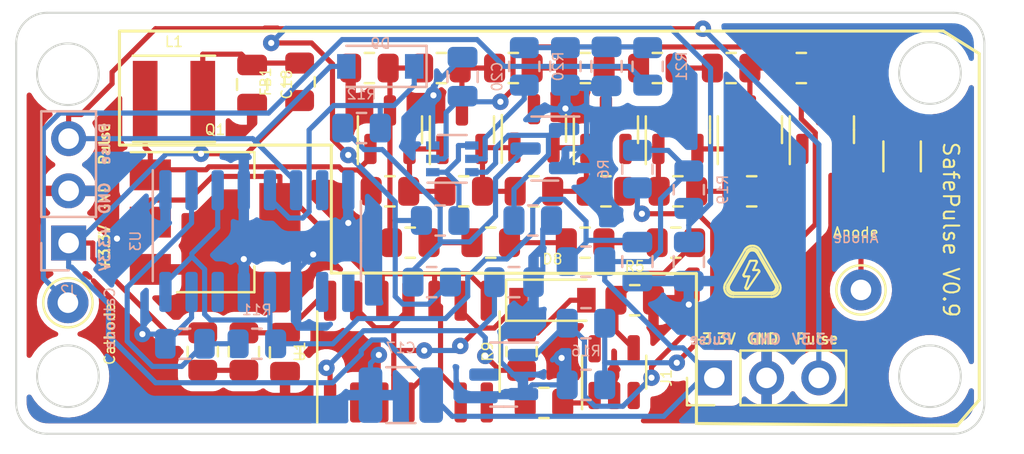
<source format=kicad_pcb>
(kicad_pcb (version 20210108) (generator pcbnew)
  (layers (0 "F.Cu" signal) (31 "B.Cu" signal) (34 "B.Paste" user) (35 "F.Paste" user) (36 "B.SilkS" user "B.Silkscreen") (37 "F.SilkS" user "F.Silkscreen") (38 "B.Mask" user) (39 "F.Mask" user) (44 "Edge.Cuts" user))
  (net 0 "")
  (net 1 "Net-(C1-Pad2)")
  (net 2 "Net-(C2-Pad2)")
  (net 3 "GND")
  (net 4 "Net-(C3-Pad2)")
  (net 5 "Net-(C4-Pad2)")
  (net 6 "Net-(C5-Pad2)")
  (net 7 "Net-(C6-Pad2)")
  (net 8 "Net-(C7-Pad2)")
  (net 9 "Net-(C10-Pad1)")
  (net 10 "Net-(C11-Pad1)")
  (net 11 "Net-(C10-Pad2)")
  (net 12 "Net-(C11-Pad2)")
  (net 13 "Net-(C12-Pad2)")
  (net 14 "Net-(D7-Pad2)")
  (net 15 "Net-(D8-Pad2)")
  (net 16 "Net-(D8-Pad1)")
  (net 17 "Net-(D9-Pad1)")
  (net 18 "Net-(C13-Pad2)")
  (net 19 "+3V3")
  (net 20 "Net-(C2-Pad1)")
  (net 21 "Net-(Q2-Pad3)")
  (net 22 "Net-(Q2-Pad1)")
  (net 23 "Net-(Q3-Pad1)")
  (net 24 "Net-(D9-Pad2)")
  (net 25 "Net-(Q3-Pad5)")
  (net 26 "Net-(U2-Pad5)")
  (net 27 "Net-(R4-Pad1)")
  (net 28 "+2V5")
  (net 29 "Net-(Q1-Pad2)")
  (net 30 "Net-(U3-Pad14)")
  (net 31 "Net-(U3-Pad10)")
  (net 32 "Net-(U3-Pad9)")
  (net 33 "Net-(U3-Pad7)")
  (net 34 "Net-(C14-Pad1)")
  (net 35 "Net-(U4-Pad3)")
  (net 36 "Net-(C15-Pad1)")
  (net 37 "Net-(R8-Pad2)")
  (net 38 "Net-(C16-Pad1)")
  (net 39 "Net-(C19-Pad1)")
  (net 40 "Net-(C18-Pad1)")
  (net 41 "Net-(R1-Pad2)")
  (net 42 "Net-(R2-Pad1)")
  (net 43 "Net-(R3-Pad1)")
  (net 44 "Net-(FB2-Pad2)")
  (net 45 "Net-(C20-Pad1)")
  (net 46 "Net-(C21-Pad1)")
  (net 47 "Net-(C22-Pad1)")
  (net 48 "Net-(H2-Pad1)")
  (net 49 "Net-(H5-Pad1)")
  (footprint "Resistor_SMD:R_0805_2012Metric" (layer "F.Cu") (at 145.1 59.7)
    (fp_text reference "C5" hide)
    (fp_text value "0.1" hide)
  )
  (footprint "TestPoint:TestPoint_THTPad_D2.0mm_Drill1.0mm" (layer "F.Cu") (at 162 70.5 90)
    (fp_text reference "H5" hide)
    (fp_text value "Anode")
  )
  (footprint "Package_TO_SOT_SMD:SOT-23" (layer "F.Cu") (at 156.6 62.7 90)
    (fp_text reference "D6" hide)
    (fp_text value "BAV23" hide)
  )
  (footprint "Package_TO_SOT_SMD:SOT-23" (layer "F.Cu") (at 142.6 62.7 90)
    (fp_text reference "D2" hide)
    (fp_text value "BAV23" hide)
  )
  (footprint "Resistor_SMD:R_0805_2012Metric" (layer "F.Cu") (at 152.1 59.7)
    (fp_text reference "C9" hide)
    (fp_text value "0.1" hide)
  )
  (footprint "Package_TO_SOT_SMD:SOT-23" (layer "F.Cu") (at 139.1 62.7 90)
    (fp_text reference "D1" hide)
    (fp_text value "BAV23" hide)
  )
  (footprint "Capacitor_SMD:C_0805_2012Metric" (layer "F.Cu") (at 134 73.55 -90)
    (fp_text reference "C15" hide)
    (fp_text value "1uF")
  )
  (footprint "Resistor_SMD:R_0805_2012Metric" (layer "F.Cu") (at 148.588 68.2 180)
    (fp_text reference "R3" hide)
    (fp_text value "22M" hide)
  )
  (footprint "Resistor_SMD:R_0805_2012Metric" (layer "F.Cu") (at 148.6 59.7)
    (fp_text reference "C7" hide)
    (fp_text value "0.1" hide)
  )
  (footprint "Resistor_SMD:R_0805_2012Metric" (layer "F.Cu") (at 153 68.2 180)
    (fp_text reference "R4" hide)
    (fp_text value "22M" hide)
  )
  (footprint "Package_TO_SOT_SMD:SOT-23" (layer "F.Cu") (at 149.6 62.7 90)
    (fp_text reference "D4" hide)
    (fp_text value "BAV23" hide)
  )
  (footprint "Diode_SMD:D_SOD-123" (layer "F.Cu") (at 147 71)
    (fp_text reference "D8")
    (fp_text value "1N4148W")
  )
  (footprint "Resistor_SMD:R_0805_2012Metric" (layer "F.Cu") (at 132 73.5 -90)
    (fp_text reference "R10" hide)
    (fp_text value "R")
  )
  (footprint "TestPoint:TestPoint_THTPad_D2.0mm_Drill1.0mm" (layer "F.Cu") (at 123.444 71.12)
    (fp_text reference "H2" hide)
    (fp_text value "Cathode")
  )
  (footprint "Package_TO_SOT_SMD:SOT-23-5" (layer "F.Cu") (at 150 74.5 90)
    (fp_text reference "U2" hide)
    (fp_text value "MAX4162" hide)
  )
  (footprint "Package_TO_SOT_SMD:SOT-23" (layer "F.Cu") (at 153.1 62.7 90)
    (fp_text reference "D5" hide)
    (fp_text value "BAV23" hide)
  )
  (footprint "Capacitor_SMD:C_0805_2012Metric" (layer "F.Cu") (at 132.4 60.5 -90)
    (fp_text reference "C18")
    (fp_text value "1uF")
  )
  (footprint "Resistor_SMD:R_0805_2012Metric" (layer "F.Cu") (at 153.1 65.7)
    (fp_text reference "C10" hide)
    (fp_text value "0.1" hide)
  )
  (footprint "Resistor_SMD:R_1206_3216Metric" (layer "F.Cu") (at 164 64 -90)
    (fp_text reference "R7" hide)
    (fp_text value "4M7" hide)
  )
  (footprint "Resistor_SMD:R_0805_2012Metric" (layer "F.Cu") (at 138.1 59.7)
    (fp_text reference "C1" hide)
    (fp_text value "0.1" hide)
  )
  (footprint "Resistor_SMD:R_0805_2012Metric" (layer "F.Cu") (at 151 71)
    (fp_text reference "R5")
    (fp_text value "3.16M" hide)
  )
  (footprint "Resistor_SMD:R_0805_2012Metric" (layer "F.Cu") (at 139.1 65.7)
    (fp_text reference "C2" hide)
    (fp_text value "0.1" hide)
  )
  (footprint "Resistor_SMD:R_0805_2012Metric" (layer "F.Cu") (at 149.6 65.7)
    (fp_text reference "C8" hide)
    (fp_text value "0.1" hide)
  )
  (footprint "Resistor_SMD:R_0805_2012Metric" (layer "F.Cu") (at 146.1 65.7)
    (fp_text reference "C6" hide)
    (fp_text value "0.1" hide)
  )
  (footprint "Inductor_SMD:L_Taiyo-Yuden_MD-4040" (layer "F.Cu") (at 128.6 61.2 180)
    (fp_text reference "L1")
    (fp_text value "2.2uH")
  )
  (footprint "Resistor_SMD:R_0805_2012Metric" (layer "F.Cu") (at 140.088 68.2)
    (fp_text reference "R1" hide)
    (fp_text value "22M" hide)
  )
  (footprint "Resistor_SMD:R_0805_2012Metric" (layer "F.Cu") (at 156.688 65.7)
    (fp_text reference "C12" hide)
    (fp_text value "0.1" hide)
  )
  (footprint "Package_SO:SOIC-14_3.9x8.7mm_P1.27mm" (layer "F.Cu") (at 140 73.5 90)
    (fp_text reference "U1")
    (fp_text value "74HC14" hide)
  )
  (footprint "Connector_PinHeader_2.54mm:PinHeader_1x03_P2.54mm_Vertical" (layer "F.Cu") (at 154.871 74.7805 90)
    (fp_text reference "J1")
    (fp_text value "Conn_01x03_Male" hide)
  )
  (footprint "Resistor_SMD:R_0805_2012Metric" (layer "F.Cu") (at 134.71 60.37 90)
    (fp_text reference "FB1")
    (fp_text value "Ferrite_Bead" hide)
  )
  (footprint "Resistor_SMD:R_0805_2012Metric" (layer "F.Cu") (at 144 68.2 180)
    (fp_text reference "R2" hide)
    (fp_text value "22M" hide)
  )
  (footprint "Resistor_SMD:R_0805_2012Metric" (layer "F.Cu") (at 146.588 76)
    (fp_text reference "R8" hide)
    (fp_text value "100K" hide)
  )
  (footprint "Resistor_SMD:R_0805_2012Metric" (layer "F.Cu") (at 145.5 73.5 90)
    (fp_text reference "R9")
    (fp_text value "100K")
  )
  (footprint "Resistor_SMD:R_0805_2012Metric" (layer "F.Cu") (at 155.688 59.7)
    (fp_text reference "C11" hide)
    (fp_text value "0.1" hide)
  )
  (footprint "Resistor_SMD:R_0805_2012Metric" (layer "F.Cu") (at 142.688 65.7)
    (fp_text reference "C4" hide)
    (fp_text value "0.1" hide)
  )
  (footprint "Package_TO_SOT_SMD:SOT-223-3_TabPin2" (layer "F.Cu") (at 130.6 67.2)
    (fp_text reference "Q1")
    (fp_text value "FQT7N10" hide)
  )
  (footprint "Package_TO_SOT_SMD:SOT-23" (layer "F.Cu") (at 160.1 62.7 90)
    (fp_text reference "D7" hide)
    (fp_text value "BAV23" hide)
  )
  (footprint "Resistor_SMD:R_0805_2012Metric" (layer "F.Cu") (at 159.1 59.7)
    (fp_text reference "C13" hide)
    (fp_text value "0.1" hide)
  )
  (footprint "Resistor_SMD:R_0805_2012Metric" (layer "F.Cu") (at 141.6 59.7)
    (fp_text reference "C3" hide)
    (fp_text value "0.1" hide)
  )
  (footprint "Resistor_SMD:R_0805_2012Metric" (layer "F.Cu") (at 130 73.5 -90)
    (fp_text reference "FB2" hide)
    (fp_text value "Ferrite_Bead" hide)
  )
  (footprint "Package_TO_SOT_SMD:SOT-23" (layer "F.Cu") (at 146.1 62.6375 90)
    (fp_text reference "D3" hide)
    (fp_text value "BAV23" hide)
  )
  (footprint "Resistor_SMD:R_0805_2012Metric" (layer "B.Cu") (at 151.63 59.6195 90)
    (fp_text reference "R21")
    (fp_text value "47k")
  )
  (footprint "Resistor_SMD:R_0805_2012Metric" (layer "B.Cu") (at 148.63 69.1195 180)
    (fp_text reference "R13" hide)
    (fp_text value "100")
  )
  (footprint "Connector_PinHeader_2.54mm:PinHeader_1x03_P2.54mm_Vertical" (layer "B.Cu") (at 123.479 68.216)
    (fp_text reference "J2")
    (fp_text value "Conn_01x03_Male" hide)
  )
  (footprint "Package_TO_SOT_SMD:SOT-363_SC-70-6" (layer "B.Cu") (at 142.13 64.1195)
    (fp_text reference "Q3" hide)
    (fp_text value "MMDT3906" hide)
  )
  (footprint "Resistor_SMD:R_0805_2012Metric" (layer "B.Cu") (at 141.542 67.1195)
    (fp_text reference "R18" hide)
    (fp_text value "499k" hide)
  )
  (footprint "Capacitor_SMD:C_0805_2012Metric" (layer "B.Cu") (at 151.13 69.1195 -90)
    (fp_text reference "C19" hide)
    (fp_text value "1uF")
  )
  (footprint "Capacitor_SMD:C_0805_2012Metric" (layer "B.Cu") (at 142.63 60.1195 90)
    (fp_text reference "C20")
    (fp_text value "C")
  )
  (footprint "Resistor_SMD:R_0805_2012Metric" (layer "B.Cu") (at 132.63 73.1195 180)
    (fp_text reference "R11")
    (fp_text value "121k")
  )
  (footprint "Resistor_SMD:R_0805_2012Metric" (layer "B.Cu") (at 147.63 59.6195 -90)
    (fp_text reference "R22" hide)
    (fp_text value "20k" hide)
  )
  (footprint "Capacitor_SMD:C_0805_2012Metric" (layer "B.Cu") (at 149.63 59.6195 -90)
    (fp_text reference "C22" hide)
    (fp_text value "C" hide)
  )
  (footprint "Resistor_SMD:R_0805_2012Metric" (layer "B.Cu") (at 151.13 64.6195 -90)
    (fp_text reference "R6")
    (fp_text value "560K")
  )
  (footprint "Package_TO_SOT_SMD:SOT-23" (layer "B.Cu") (at 146.63 63.6195 180)
    (fp_text reference "Q2" hide)
    (fp_text value "BC846" hide)
  )
  (footprint "Resistor_SMD:R_0805_2012Metric" (layer "B.Cu") (at 153.63 65.6195 90)
    (fp_text reference "R19")
    (fp_text value "1k")
  )
  (footprint "Capacitor_SMD:C_0805_2012Metric" (layer "B.Cu") (at 145.13 70.1195)
    (fp_text reference "C14" hide)
    (fp_text value "0.1")
  )
  (footprint "Resistor_SMD:R_0805_2012Metric" (layer "B.Cu") (at 148.63 72.1195)
    (fp_text reference "R15" hide)
    (fp_text value "1M49" hide)
  )
  (footprint "Resistor_SMD:R_0805_2012Metric" (layer "B.Cu") (at 137.718 62.6195 180)
    (fp_text reference "R12")
    (fp_text value "33k")
  )
  (footprint "Resistor_SMD:R_0805_2012Metric" (layer "B.Cu") (at 141.13 70.1195 180)
    (fp_text reference "R14" hide)
    (fp_text value "100k" hide)
  )
  (footprint "Package_SO:SOIC-16_3.9x9.9mm_P1.27mm" (layer "B.Cu") (at 132.63 68.1195 -90)
    (fp_text reference "U3")
    (fp_text value "CD14538BM" hide)
  )
  (footprint "Diode_SMD:D_SOD-123" (layer "B.Cu") (at 138.63 59.6195 180)
    (fp_text reference "D9")
    (fp_text value "1N4148W" hide)
  )
  (footprint "Resistor_SMD:R_0805_2012Metric" (layer "B.Cu") (at 148.63 75.1195 180)
    (fp_text reference "R16")
    (fp_text value "392k")
  )
  (footprint "Capacitor_SMD:C_0805_2012Metric" (layer "B.Cu") (at 153.63 69.1195 -90)
    (fp_text reference "C21" hide)
    (fp_text value "C")
  )
  (footprint "Package_TO_SOT_SMD:SOT-23" (layer "B.Cu") (at 144.63 74.6195 180)
    (fp_text reference "U4" hide)
    (fp_text value "MAX6008AEUR+T" hide)
  )
  (footprint "Resistor_SMD:R_0805_2012Metric" (layer "B.Cu") (at 146.042 67.1195)
    (fp_text reference "R17" hide)
    (fp_text value "1M" hide)
  )
  (footprint "Capacitor_SMD:C_1210_3225Metric" (layer "B.Cu") (at 139.63 75.6195 180)
    (fp_text reference "C17")
    (fp_text value "10uF")
  )
  (footprint "Resistor_SMD:R_0805_2012Metric" (layer "B.Cu") (at 145.63 59.6195 90)
    (fp_text reference "R20")
    (fp_text value "100k")
  )
  (footprint "Capacitor_SMD:C_0805_2012Metric" (layer "B.Cu") (at 129.13 73.1195 180)
    (fp_text reference "C16" hide)
    (fp_text value "1nF")
  )
  (gr_line (start 156.933479 69.134134) (end 156.93389 69.138056) (layer "F.SilkS") (width 0.104))
  (gr_line (start 156.383728 70.385887) (end 156.383809 70.383024) (layer "F.SilkS") (width 0.104))
  (gr_line (start 157.872804 70.387419) (end 157.873356 70.370635) (layer "F.SilkS") (width 0.104))
  (gr_line (start 155.767606 70.706916) (end 155.778154 70.707773) (layer "F.SilkS") (width 0.104))
  (gr_line (start 156.563922 69.840451) (end 156.35106 69.840451) (layer "F.SilkS") (width 0.104))
  (gr_line (start 156.59724 69.111164) (end 156.598402 69.109203) (layer "F.SilkS") (width 0.104))
  (gr_line (start 158.086912 70.448703) (end 158.0822 70.477096) (layer "F.SilkS") (width 0.104))
  (gr_line (start 156.512107 68.400342) (end 156.524853 68.393799) (layer "F.SilkS") (width 0.104))
  (gr_line (start 156.648371 68.35431) (end 156.662916 68.352169) (layer "F.SilkS") (width 0.104))
  (gr_line (start 155.357773 70.448703) (end 155.354947 70.420152) (layer "F.SilkS") (width 0.104))
  (gr_line (start 156.383949 70.391576) (end 156.383776 70.388739) (layer "F.SilkS") (width 0.104))
  (gr_line (start 156.398749 70.427446) (end 156.396977 70.425242) (layer "F.SilkS") (width 0.104))
  (gr_line (start 157.045241 69.561888) (end 157.047437 69.565747) (layer "F.SilkS") (width 0.104))
  (gr_line (start 157.043595 69.631985) (end 156.500329 70.422742) (layer "F.SilkS") (width 0.104))
  (gr_line (start 157.107528 68.570721) (end 157.107528 68.570721) (layer "F.SilkS") (width 0.104))
  (gr_line (start 156.76468 68.478888) (end 156.754221 68.477694) (layer "F.SilkS") (width 0.104))
  (gr_line (start 156.42959 70.447848) (end 156.427812 70.447275) (layer "F.SilkS") (width 0.104))
  (gr_line (start 157.908415 70.568149) (end 157.91968 70.550015) (layer "F.SilkS") (width 0.104))
  (gr_line (start 155.414298 70.169125) (end 156.337144 68.570721) (layer "F.SilkS") (width 0.104))
  (gr_line (start 158.089739 70.420152) (end 158.086912 70.448703) (layer "F.SilkS") (width 0.104))
  (gr_line (start 157.829693 70.796938) (end 157.816519 70.80264) (layer "F.SilkS") (width 0.104))
  (gr_line (start 156.598402 69.109203) (end 156.599628 69.107293) (layer "F.SilkS") (width 0.104))
  (gr_line (start 156.798932 68.579837) (end 156.790768 68.577513) (layer "F.SilkS") (width 0.104))
  (gr_line (start 155.484726 70.432256) (end 155.488082 70.452491) (layer "F.SilkS") (width 0.104))
  (gr_line (start 155.711128 70.827714) (end 155.682781 70.82114) (layer "F.SilkS") (width 0.104))
  (gr_line (start 157.767289 70.684496) (end 157.785916 70.676071) (layer "F.SilkS") (width 0.104))
  (gr_line (start 157.96264 70.391501) (end 157.961969 70.371101) (layer "F.SilkS") (width 0.104))
  (gr_line (start 156.596145 69.113173) (end 156.59724 69.111164) (layer "F.SilkS") (width 0.104))
  (gr_line (start 156.451443 70.450322) (end 156.44761 70.450436) (layer "F.SilkS") (width 0.104))
  (gr_line (start 156.606658 69.098534) (end 156.608232 69.096949) (layer "F.SilkS") (width 0.104))
  (gr_line (start 156.287648 69.768389) (end 156.288279 69.764431) (layer "F.SilkS") (width 0.104))
  (gr_line (start 156.35106 69.840451) (end 156.35106 69.840451) (layer "F.SilkS") (width 0.104))
  (gr_line (start 158.030373 70.169125) (end 158.044508 70.195541) (layer "F.SilkS") (width 0.104))
  (gr_line (start 157.783735 70.567423) (end 157.796097 70.55582) (layer "F.SilkS") (width 0.104))
  (gr_line (start 155.726361 70.700157) (end 155.736518 70.702339) (layer "F.SilkS") (width 0.104))
  (gr_line (start 156.874202 69.078952) (end 156.87821 69.079332) (layer "F.SilkS") (width 0.104))
  (gr_line (start 156.287266 69.772369) (end 156.287648 69.768389) (layer "F.SilkS") (width 0.104))
  (gr_line (start 155.769552 70.835333) (end 155.740075 70.832458) (layer "F.SilkS") (width 0.104))
  (gr_line (start 157.708162 70.702345) (end 157.728364 70.697661) (layer "F.SilkS") (width 0.104))
  (gr_line (start 156.919818 68.393789) (end 156.945084 68.407286) (layer "F.SilkS") (width 0.104))
  (gr_line (start 155.832497 70.631375) (end 155.832497 70.631375) (layer "F.SilkS") (width 0.104))
  (gr_line (start 156.466445 70.447618) (end 156.462765 70.448626) (layer "F.SilkS") (width 0.104))
  (gr_line (start 156.639257 69.080281) (end 156.641472 69.079841) (layer "F.SilkS") (width 0.104))
  (gr_line (start 155.640759 70.66643) (end 155.64968 70.671387) (layer "F.SilkS") (width 0.104))
  (gr_line (start 156.419028 68.467137) (end 156.429718 68.457429) (layer "F.SilkS") (width 0.104))
  (gr_line (start 155.606685 70.500989) (end 155.611213 70.508542) (layer "F.SilkS") (width 0.104))
  (gr_line (start 156.748577 68.569889) (end 156.7399 68.569183) (layer "F.SilkS") (width 0.104))
  (gr_line (start 155.536265 70.568127) (end 155.542281 70.57683) (layer "F.SilkS") (width 0.104))
  (gr_line (start 156.906796 68.53479) (end 156.898396 68.528971) (layer "F.SilkS") (width 0.104))
  (gr_line (start 155.525 70.233044) (end 155.514932 70.251861) (layer "F.SilkS") (width 0.104))
  (gr_line (start 156.595117 69.115231) (end 156.595117 69.115231) (layer "F.SilkS") (width 0.104))
  (gr_line (start 156.860122 68.607526) (end 156.852921 68.603207) (layer "F.SilkS") (width 0.104))
  (gr_line (start 155.772339 70.624539) (end 155.780695 70.626335) (layer "F.SilkS") (width 0.104))
  (gr_line (start 155.602018 70.790837) (end 155.576753 70.777341) (layer "F.SilkS") (width 0.104))
  (gr_line (start 157.043536 69.631741) (end 157.043595 69.631985) (layer "F.SilkS") (width 0.104))
  (gr_line (start 156.933939 68.676929) (end 156.928785 68.66997) (layer "F.SilkS") (width 0.104))
  (gr_line (start 155.430108 70.639369) (end 155.414298 70.613919) (layer "F.SilkS") (width 0.104))
  (gr_line (start 156.320202 69.832526) (end 156.316774 69.830496) (layer "F.SilkS") (width 0.104))
  (gr_line (start 156.288217 69.788255) (end 156.287609 69.784313) (layer "F.SilkS") (width 0.104))
  (gr_line (start 155.591214 70.271532) (end 155.585136 70.287618) (layer "F.SilkS") (width 0.104))
  (gr_line (start 157.696836 70.617586) (end 157.712633 70.611657) (layer "F.SilkS") (width 0.104))
  (gr_line (start 156.304467 69.820308) (end 156.301795 69.817271) (layer "F.SilkS") (width 0.104))
  (gr_line (start 156.400624 70.429575) (end 156.398749 70.427446) (layer "F.SilkS") (width 0.104))
  (gr_line (start 156.948159 68.699002) (end 156.943631 68.691448) (layer "F.SilkS") (width 0.104))
  (gr_line (start 155.648603 70.555788) (end 155.654697 70.561698) (layer "F.SilkS") (width 0.104))
  (gr_line (start 156.426043 70.446638) (end 156.424286 70.445937) (layer "F.SilkS") (width 0.104))
  (gr_line (start 155.696591 70.69169) (end 155.706391 70.694829) (layer "F.SilkS") (width 0.104))
  (gr_line (start 157.014953 68.457415) (end 157.036038 68.477206) (layer "F.SilkS") (width 0.104))
  (gr_line (start 156.287247 69.780343) (end 156.287133 69.776357) (layer "F.SilkS") (width 0.104))
  (gr_line (start 156.385448 70.371536) (end 156.386195 70.368675) (layer "F.SilkS") (width 0.104))
  (gr_line (start 156.960037 68.583164) (end 156.953069 68.57546) (layer "F.SilkS") (width 0.104))
  (gr_line (start 156.637067 69.080798) (end 156.639257 69.080281) (layer "F.SilkS") (width 0.104))
  (gr_line (start 156.402599 70.431625) (end 156.400624 70.429575) (layer "F.SilkS") (width 0.104))
  (gr_line (start 158.030373 70.613919) (end 158.022651 70.626807) (layer "F.SilkS") (width 0.104))
  (gr_line (start 156.477051 70.443301) (end 156.473598 70.444953) (layer "F.SilkS") (width 0.104))
  (gr_line (start 156.459032 70.449414) (end 156.455254 70.44998) (layer "F.SilkS") (width 0.104))
  (gr_line (start 156.845582 68.599128) (end 156.838111 68.595291) (layer "F.SilkS") (width 0.104))
  (gr_line (start 155.354005 70.391522) (end 155.354947 70.362892) (layer "F.SilkS") (width 0.104))
  (gr_line (start 155.799491 70.708462) (end 155.799491 70.708462) (layer "F.SilkS") (width 0.104))
  (gr_line (start 156.361392 68.533055) (end 156.370181 68.52118) (layer "F.SilkS") (width 0.104))
  (gr_line (start 157.053387 69.582161) (end 157.054147 69.586411) (layer "F.SilkS") (width 0.104))
  (gr_line (start 156.7399 68.569183) (end 156.731156 68.568758) (layer "F.SilkS") (width 0.104))
  (gr_line (start 157.742771 70.596812) (end 157.757031 70.587942) (layer "F.SilkS") (width 0.104))
  (gr_line (start 156.388571 70.410666) (end 156.387558 70.408049) (layer "F.SilkS") (width 0.104))
  (gr_line (start 156.781757 68.352167) (end 156.810705 68.356912) (layer "F.SilkS") (width 0.104))
  (gr_line (start 157.761894 70.821121) (end 157.747799 70.824635) (layer "F.SilkS") (width 0.104))
  (gr_line (start 156.529662 68.540852) (end 156.513818 68.553874) (layer "F.SilkS") (width 0.104))
  (gr_line (start 156.313475 69.828254) (end 156.310318 69.825804) (layer "F.SilkS") (width 0.104))
  (gr_line (start 157.961969 70.371101) (end 157.959955 70.350758) (layer "F.SilkS") (width 0.104))
  (gr_line (start 157.91968 70.233044) (end 156.996827 68.634625) (layer "F.SilkS") (width 0.104))
  (gr_line (start 155.799491 70.836301) (end 155.799491 70.836301) (layer "F.SilkS") (width 0.104))
  (gr_line (start 157.864515 70.303958) (end 157.859543 70.287636) (layer "F.SilkS") (width 0.104))
  (gr_line (start 156.887444 68.627131) (end 156.880846 68.621886) (layer "F.SilkS") (width 0.104))
  (gr_line (start 155.615955 70.515901) (end 155.620905 70.523061) (layer "F.SilkS") (width 0.104))
  (gr_line (start 157.803143 70.807914) (end 157.789575 70.812756) (layer "F.SilkS") (width 0.104))
  (gr_line (start 157.896135 70.585317) (end 157.908415 70.568149) (layer "F.SilkS") (width 0.104))
  (gr_line (start 156.419089 70.443433) (end 156.416459 70.442046) (layer "F.SilkS") (width 0.104))
  (gr_line (start 155.746782 70.704196) (end 155.757147 70.705722) (layer "F.SilkS") (width 0.104))
  (gr_line (start 156.42254 70.44517) (end 156.420807 70.444336) (layer "F.SilkS") (width 0.104))
  (gr_line (start 155.525 70.55) (end 155.525 70.55) (layer "F.SilkS") (width 0.104))
  (gr_line (start 156.923434 68.663215) (end 156.917889 68.656667) (layer "F.SilkS") (width 0.104))
  (gr_line (start 155.615026 70.649829) (end 155.623426 70.655648) (layer "F.SilkS") (width 0.104))
  (gr_line (start 167.75 59) (end 167.751522 75.848982) (layer "F.SilkS") (width 0.15))
  (gr_line (start 158.006122 70.651578) (end 157.997334 70.66345) (layer "F.SilkS") (width 0.104))
  (gr_line (start 157.956599 70.452482) (end 157.959955 70.432248) (layer "F.SilkS") (width 0.104))
  (gr_line (start 156.602265 69.103627) (end 156.603673 69.101874) (layer "F.SilkS") (width 0.104))
  (gr_line (start 157.647018 70.629123) (end 157.663989 70.626342) (layer "F.SilkS") (width 0.104))
  (gr_line (start 155.492781 70.310462) (end 155.488082 70.330524) (layer "F.SilkS") (width 0.104))
  (gr_line (start 156.928359 69.169125) (end 156.928359 69.169125) (layer "F.SilkS") (width 0.104))
  (gr_line (start 157.968971 70.696956) (end 157.95888 70.707404) (layer "F.SilkS") (width 0.104))
  (gr_line (start 157.892247 70.762186) (end 157.880208 70.769953) (layer "F.SilkS") (width 0.104))
  (gr_line (start 157.666527 70.707773) (end 157.687534 70.705725) (layer "F.SilkS") (width 0.104))
  (gr_line (start 157.959955 70.350758) (end 157.956599 70.330528) (layer "F.SilkS") (width 0.104))
  (gr_line (start 156.337144 68.570721) (end 156.337144 68.570721) (layer "F.SilkS") (width 0.104))
  (gr_line (start 156.289071 69.792158) (end 156.288217 69.788255) (layer "F.SilkS") (width 0.104))
  (gr_line (start 156.537818 68.387674) (end 156.550992 68.381971) (layer "F.SilkS") (width 0.104))
  (gr_line (start 157.818641 70.530042) (end 157.828742 70.515914) (layer "F.SilkS") (width 0.104))
  (gr_line (start 155.628157 70.802662) (end 155.602018 70.790837) (layer "F.SilkS") (width 0.104))
  (gr_line (start 157.036038 68.477206) (end 157.055907 68.498471) (layer "F.SilkS") (width 0.104))
  (gr_line (start 157.948485 70.717484) (end 157.937794 70.727191) (layer "F.SilkS") (width 0.104))
  (gr_line (start 157.816519 70.80264) (end 157.803143 70.807914) (layer "F.SilkS") (width 0.104))
  (gr_line (start 155.606685 70.500989) (end 155.606685 70.500989) (layer "F.SilkS") (width 0.104))
  (gr_line (start 156.392286 70.41822) (end 156.390937 70.415756) (layer "F.SilkS") (width 0.104))
  (gr_line (start 157.612185 70.631375) (end 157.629737 70.630808) (layer "F.SilkS") (width 0.104))
  (gr_line (start 156.900739 69.086611) (end 156.904145 69.088607) (layer "F.SilkS") (width 0.104))
  (gr_line (start 156.834902 68.496375) (end 156.825234 68.492924) (layer "F.SilkS") (width 0.104))
  (gr_line (start 155.686922 70.688239) (end 155.696591 70.69169) (layer "F.SilkS") (width 0.104))
  (gr_line (start 156.866735 68.371849) (end 156.893679 68.381963) (layer "F.SilkS") (width 0.104))
  (gr_line (start 156.670537 68.573657) (end 156.653916 68.577515) (layer "F.SilkS") (width 0.104))
  (gr_line (start 155.654697 70.561698) (end 155.660964 70.56739) (layer "F.SilkS") (width 0.104))
  (gr_line (start 156.953069 68.57546) (end 156.945878 68.568014) (layer "F.SilkS") (width 0.104))
  (gr_line (start 156.889862 69.081934) (end 156.893587 69.08327) (layer "F.SilkS") (width 0.104))
  (gr_line (start 156.77415 68.573655) (end 156.765707 68.572128) (layer "F.SilkS") (width 0.104))
  (gr_line (start 156.49794 70.426002) (end 156.495381 70.42907) (layer "F.SilkS") (width 0.104))
  (gr_line (start 157.043536 69.631741) (end 157.043536 69.631741) (layer "F.SilkS") (width 0.104))
  (gr_line (start 125.95 57.9) (end 125.95 63.45) (layer "F.SilkS") (width 0.15))
  (gr_line (start 156.979544 68.607794) (end 156.973281 68.599335) (layer "F.SilkS") (width 0.104))
  (gr_line (start 157.91968 70.550015) (end 157.929749 70.531181) (layer "F.SilkS") (width 0.104))
  (gr_line (start 156.973281 68.599335) (end 156.966776 68.591124) (layer "F.SilkS") (width 0.104))
  (gr_line (start 157.868733 70.616641) (end 157.882892 70.60149) (layer "F.SilkS") (width 0.104))
  (gr_line (start 156.386195 70.368675) (end 156.38708 70.365826) (layer "F.SilkS") (width 0.104))
  (gr_line (start 156.606567 68.595296) (end 156.591755 68.603213) (layer "F.SilkS") (width 0.104))
  (gr_line (start 155.354947 70.420152) (end 155.354005 70.391522) (layer "F.SilkS") (width 0.104))
  (gr_line (start 157.904034 70.754022) (end 157.892247 70.762186) (layer "F.SilkS") (width 0.104))
  (gr_line (start 156.815434 68.489784) (end 156.805509 68.48696) (layer "F.SilkS") (width 0.104))
  (gr_line (start 157.91968 70.550015) (end 157.91968 70.550015) (layer "F.SilkS") (width 0.104))
  (gr_line (start 157.049856 69.620175) (end 157.048033 69.624142) (layer "F.SilkS") (width 0.104))
  (gr_line (start 156.44761 70.450436) (end 156.44761 70.450436) (layer "F.SilkS") (width 0.104))
  (gr_line (start 155.571322 70.370612) (end 155.571875 70.387398) (layer "F.SilkS") (width 0.104))
  (gr_line (start 156.844434 68.500135) (end 156.834902 68.496375) (layer "F.SilkS") (width 0.104))
  (gr_line (start 156.852921 68.603207) (end 156.845582 68.599128) (layer "F.SilkS") (width 0.104))
  (gr_line (start 157.719142 70.8303) (end 157.704597 70.832441) (layer "F.SilkS") (width 0.104))
  (gr_line (start 155.575945 70.616609) (end 155.583352 70.623792) (layer "F.SilkS") (width 0.104))
  (gr_line (start 157.054618 69.590689) (end 157.054799 69.59498) (layer "F.SilkS") (width 0.104))
  (gr_line (start 156.346967 69.840321) (end 156.342921 69.839933) (layer "F.SilkS") (width 0.104))
  (gr_line (start 157.945859 70.492391) (end 157.9519 70.472548) (layer "F.SilkS") (width 0.104))
  (gr_line (start 157.023907 69.540742) (end 157.027503 69.543081) (layer "F.SilkS") (width 0.104))
  (gr_line (start 157.660201 70.836043) (end 157.645177 70.836285) (layer "F.SilkS") (width 0.104))
  (gr_line (start 156.830511 68.591699) (end 156.822788 68.588354) (layer "F.SilkS") (width 0.104))
  (gr_line (start 156.722337 68.476147) (end 156.722337 68.476147) (layer "F.SilkS") (width 0.104))
  (gr_line (start 157.846283 70.255734) (end 157.837996 70.240247) (layer "F.SilkS") (width 0.104))
  (gr_line (start 156.867179 68.61208) (end 156.860122 68.607526) (layer "F.SilkS") (width 0.104))
  (gr_line (start 156.722337 68.476147) (end 156.722337 68.476147) (layer "F.SilkS") (width 0.104))
  (gr_line (start 155.732056 70.611637) (end 155.739897 70.61473) (layer "F.SilkS") (width 0.104))
  (gr_line (start 156.870149 69.078824) (end 156.874202 69.078952) (layer "F.SilkS") (width 0.104))
  (gr_line (start 157.680608 70.622488) (end 157.696836 70.617586) (layer "F.SilkS") (width 0.104))
  (gr_line (start 156.591755 68.603213) (end 156.577495 68.612086) (layer "F.SilkS") (width 0.104))
  (gr_line (start 155.400167 70.195541) (end 155.414298 70.169125) (layer "F.SilkS") (width 0.104))
  (gr_line (start 156.38708 70.365826) (end 156.38708 70.365826) (layer "F.SilkS") (width 0.104))
  (gr_line (start 156.990867 69.531552) (end 156.990867 69.531552) (layer "F.SilkS") (width 0.104))
  (gr_line (start 156.455254 70.44998) (end 156.451443 70.450322) (layer "F.SilkS") (width 0.104))
  (gr_line (start 156.880846 68.621886) (end 156.874089 68.616868) (layer "F.SilkS") (width 0.104))
  (gr_line (start 157.047437 69.565747) (end 157.049362 69.569733) (layer "F.SilkS") (width 0.104))
  (gr_line (start 156.301795 69.817271) (end 156.299305 69.814051) (layer "F.SilkS") (width 0.104))
  (gr_line (start 155.814945 70.630807) (end 155.82369 70.631233) (layer "F.SilkS") (width 0.104))
  (gr_line (start 156.619438 68.492908) (end 156.600237 68.500114) (layer "F.SilkS") (width 0.104))
  (gr_line (start 156.639163 68.486949) (end 156.619438 68.492908) (layer "F.SilkS") (width 0.104))
  (gr_line (start 157.045926 69.628002) (end 157.043536 69.631741) (layer "F.SilkS") (width 0.104))
  (gr_line (start 155.357773 70.334341) (end 155.362483 70.305949) (layer "F.SilkS") (width 0.104))
  (gr_line (start 156.722348 68.568616) (end 156.704793 68.569184) (layer "F.SilkS") (width 0.104))
  (gr_line (start 156.92303 68.547265) (end 156.915009 68.540889) (layer "F.SilkS") (width 0.104))
  (gr_line (start 156.999657 69.532156) (end 157.003952 69.532901) (layer "F.SilkS") (width 0.104))
  (gr_line (start 156.577937 68.371855) (end 156.59169 68.367451) (layer "F.SilkS") (width 0.104))
  (gr_line (start 156.916397 69.098623) (end 156.919066 69.101609) (layer "F.SilkS") (width 0.104))
  (gr_line (start 156.969407 68.422416) (end 156.99272 68.439139) (layer "F.SilkS") (width 0.104))
  (gr_line (start 156.316774 69.830496) (end 156.313475 69.828254) (layer "F.SilkS") (width 0.104))
  (gr_line (start 156.906241 68.644202) (end 156.900147 68.638292) (layer "F.SilkS") (width 0.104))
  (gr_line (start 156.406842 70.435473) (end 156.404672 70.433592) (layer "F.SilkS") (width 0.104))
  (gr_line (start 156.622538 69.086461) (end 156.624515 69.085441) (layer "F.SilkS") (width 0.104))
  (gr_line (start 156.38467 70.397186) (end 156.384248 70.394393) (layer "F.SilkS") (width 0.104))
  (gr_line (start 156.459112 68.616473) (end 156.447846 68.63461) (layer "F.SilkS") (width 0.104))
  (gr_line (start 155.778154 70.707773) (end 155.788784 70.708289) (layer "F.SilkS") (width 0.104))
  (gr_line (start 155.755912 70.620154) (end 155.764077 70.622478) (layer "F.SilkS") (width 0.104))
  (gr_line (start 156.385877 70.402688) (end 156.385214 70.399953) (layer "F.SilkS") (width 0.104))
  (gr_line (start 157.853708 70.630741) (end 157.868733 70.616641) (layer "F.SilkS") (width 0.104))
  (gr_line (start 157.052337 69.577955) (end 157.053387 69.582161) (layer "F.SilkS") (width 0.104))
  (gr_line (start 155.482712 70.411909) (end 155.484726 70.432256) (layer "F.SilkS") (width 0.104))
  (gr_line (start 156.626527 69.084489) (end 156.628574 69.083607) (layer "F.SilkS") (width 0.104))
  (gr_line (start 156.600237 68.500114) (end 156.581611 68.50854) (layer "F.SilkS") (width 0.104))
  (gr_line (start 156.436772 70.44954) (end 156.434969 70.449204) (layer "F.SilkS") (width 0.104))
  (gr_line (start 156.731156 68.568758) (end 156.722348 68.568616) (layer "F.SilkS") (width 0.104))
  (gr_line (start 155.571875 70.353826) (end 155.571322 70.370612) (layer "F.SilkS") (width 0.104))
  (gr_line (start 156.652837 69.078824) (end 156.652837 69.078824) (layer "F.SilkS") (width 0.104))
  (gr_line (start 156.634901 69.08139) (end 156.637067 69.080798) (layer "F.SilkS") (width 0.104))
  (gr_line (start 157.034199 69.548472) (end 157.037273 69.551508) (layer "F.SilkS") (width 0.104))
  (gr_line (start 155.655101 70.812777) (end 155.628157 70.802662) (layer "F.SilkS") (width 0.104))
  (gr_line (start 155.764077 70.622478) (end 155.772339 70.624539) (layer "F.SilkS") (width 0.104))
  (gr_line (start 156.498793 68.567976) (end 156.484634 68.583128) (layer "F.SilkS") (width 0.104))
  (gr_line (start 156.404672 70.433592) (end 156.402599 70.431625) (layer "F.SilkS") (width 0.104))
  (gr_line (start 155.362483 70.477096) (end 155.357773 70.448703) (layer "F.SilkS") (width 0.104))
  (gr_line (start 158.014565 70.639362) (end 158.006122 70.651578) (layer "F.SilkS") (width 0.104))
  (gr_line (start 156.43317 70.448811) (end 156.431377 70.44836) (layer "F.SilkS") (width 0.104))
  (gr_line (start 156.645965 69.079193) (end 156.648239 69.078989) (layer "F.SilkS") (width 0.104))
  (gr_line (start 156.338932 69.839295) (end 156.335009 69.83841) (layer "F.SilkS") (width 0.104))
  (gr_line (start 155.38792 70.22251) (end 155.400167 70.195541) (layer "F.SilkS") (width 0.104))
  (gr_line (start 156.370181 68.52118) (end 156.379308 68.509655) (layer "F.SilkS") (width 0.104))
  (gr_line (start 156.928359 69.169125) (end 156.764058 69.531552) (layer "F.SilkS") (width 0.104))
  (gr_line (start 157.959955 70.432248) (end 157.961969 70.411902) (layer "F.SilkS") (width 0.104))
  (gr_line (start 156.996827 68.634625) (end 156.991323 68.625443) (layer "F.SilkS") (width 0.104))
  (gr_line (start 156.923859 69.108121) (end 156.92595 69.111603) (layer "F.SilkS") (width 0.104))
  (gr_line (start 156.912157 68.650328) (end 156.906241 68.644202) (layer "F.SilkS") (width 0.104))
  (gr_line (start 155.626058 70.530021) (end 155.63141 70.536776) (layer "F.SilkS") (width 0.104))
  (gr_line (start 158.067123 70.53309) (end 158.056758 70.560534) (layer "F.SilkS") (width 0.104))
  (gr_line (start 155.598792 70.637356) (end 155.606813 70.643731) (layer "F.SilkS") (width 0.104))
  (gr_line (start 156.470059 70.446393) (end 156.466445 70.447618) (layer "F.SilkS") (width 0.104))
  (gr_line (start 157.837996 70.240262) (end 157.363471 69.418347) (layer "F.SilkS") (width 0.104))
  (gr_line (start 156.447846 68.63461) (end 155.525 70.233044) (layer "F.SilkS") (width 0.104))
  (gr_line (start 157.363471 69.418347) (end 157.363471 69.418347) (layer "F.SilkS") (width 0.104))
  (gr_line (start 155.82369 70.631233) (end 155.832497 70.631375) (layer "F.SilkS") (width 0.104))
  (gr_line (start 156.299305 69.814051) (end 156.297009 69.810651) (layer "F.SilkS") (width 0.104))
  (gr_line (start 155.377557 70.53309) (end 155.369078 70.505251) (layer "F.SilkS") (width 0.104))
  (gr_line (start 156.641472 69.079841) (end 156.643708 69.079478) (layer "F.SilkS") (width 0.104))
  (gr_line (start 156.398542 68.487669) (end 156.408633 68.477219) (layer "F.SilkS") (width 0.104))
  (gr_line (start 155.709262 70.600863) (end 155.716733 70.6047) (layer "F.SilkS") (width 0.104))
  (gr_line (start 156.930794 69.122586) (end 156.93193 69.126387) (layer "F.SilkS") (width 0.104))
  (gr_line (start 157.9519 70.310468) (end 157.945859 70.290633) (layer "F.SilkS") (width 0.104))
  (gr_line (start 156.463477 68.430594) (end 156.475264 68.422429) (layer "F.SilkS") (width 0.104))
  (gr_line (start 155.680755 70.583123) (end 155.687664 70.587911) (layer "F.SilkS") (width 0.104))
  (gr_line (start 157.008163 69.53393) (end 157.012276 69.535236) (layer "F.SilkS") (width 0.104))
  (gr_line (start 158.022651 70.626807) (end 158.014565 70.639362) (layer "F.SilkS") (width 0.104))
  (gr_line (start 156.643708 69.079478) (end 156.645965 69.079193) (layer "F.SilkS") (width 0.104))
  (gr_line (start 156.687509 68.570872) (end 156.670537 68.573657) (layer "F.SilkS") (width 0.104))
  (gr_line (start 155.611213 70.508542) (end 155.615955 70.515901) (layer "F.SilkS") (width 0.104))
  (gr_line (start 155.354947 70.362892) (end 155.357773 70.334341) (layer "F.SilkS") (width 0.104))
  (gr_line (start 156.287609 69.784313) (end 156.287247 69.780343) (layer "F.SilkS") (width 0.104))
  (gr_line (start 155.668002 70.680415) (end 155.67739 70.684479) (layer "F.SilkS") (width 0.104))
  (gr_line (start 156.526786 68.656672) (end 156.515892 68.669975) (layer "F.SilkS") (width 0.104))
  (gr_line (start 157.789575 70.812756) (end 157.775822 70.817159) (layer "F.SilkS") (width 0.104))
  (gr_line (start 156.471391 68.599303) (end 156.459112 68.616473) (layer "F.SilkS") (width 0.104))
  (gr_line (start 157.807746 70.543352) (end 157.818641 70.530042) (layer "F.SilkS") (width 0.104))
  (gr_line (start 156.383776 70.388739) (end 156.383728 70.385887) (layer "F.SilkS") (width 0.104))
  (gr_line (start 157.748089 70.691702) (end 157.767289 70.684496) (layer "F.SilkS") (width 0.104))
  (gr_line (start 156.409108 70.437262) (end 156.406842 70.435473) (layer "F.SilkS") (width 0.104))
  (gr_line (start 156.486791 70.437096) (end 156.483658 70.43937) (layer "F.SilkS") (width 0.104))
  (gr_line (start 156.900147 68.638292) (end 156.893879 68.632601) (layer "F.SilkS") (width 0.104))
  (gr_line (start 155.780695 70.626335) (end 155.789138 70.627863) (layer "F.SilkS") (width 0.104))
  (gr_line (start 156.408633 68.477219) (end 156.419028 68.467137) (layer "F.SilkS") (width 0.104))
  (gr_line (start 154 77) (end 166.67703 77.102555) (layer "F.SilkS") (width 0.15))
  (gr_line (start 157.030939 69.54566) (end 157.034199 69.548472) (layer "F.SilkS") (width 0.104))
  (gr_line (start 155.660964 70.56739) (end 155.6674 70.57286) (layer "F.SilkS") (width 0.104))
  (gr_line (start 157.645177 70.836285) (end 157.645177 70.836301) (layer "F.SilkS") (width 0.104))
  (gr_line (start 156.383809 70.383024) (end 156.38402 70.380153) (layer "F.SilkS") (width 0.104))
  (gr_line (start 156.996827 68.634625) (end 156.996827 68.634625) (layer "F.SilkS") (width 0.104))
  (gr_line (start 157.880208 70.769953) (end 157.867924 70.777316) (layer "F.SilkS") (width 0.104))
  (gr_line (start 156.764058 69.531552) (end 156.764058 69.531552) (layer "F.SilkS") (width 0.104))
  (gr_line (start 157.054692 69.599271) (end 157.054298 69.603544) (layer "F.SilkS") (width 0.104))
  (gr_line (start 156.411467 70.438957) (end 156.409108 70.437262) (layer "F.SilkS") (width 0.104))
  (gr_line (start 155.724333 70.608292) (end 155.732056 70.611637) (layer "F.SilkS") (width 0.104))
  (gr_line (start 157.107528 68.570721) (end 158.030373 70.169125) (layer "F.SilkS") (width 0.104))
  (gr_line (start 156.637688 68.582423) (end 156.621891 68.588358) (layer "F.SilkS") (width 0.104))
  (gr_line (start 155.362483 70.305949) (end 155.369078 70.277793) (layer "F.SilkS") (width 0.104))
  (gr_line (start 158.056758 70.560534) (end 158.044508 70.587503) (layer "F.SilkS") (width 0.104))
  (gr_line (start 156.898396 68.528971) (end 156.889817 68.523436) (layer "F.SilkS") (width 0.104))
  (gr_line (start 156.388764 68.498482) (end 156.398542 68.487669) (layer "F.SilkS") (width 0.104))
  (gr_line (start 155.484726 70.350756) (end 155.482712 70.371102) (layer "F.SilkS") (width 0.104))
  (gr_line (start 156.515892 68.669975) (end 156.505791 68.684092) (layer "F.SilkS") (width 0.104))
  (gr_line (start 155.580163 70.43729) (end 155.585136 70.453611) (layer "F.SilkS") (width 0.104))
  (gr_line (start 156.722337 68.476147) (end 156.701 68.476837) (layer "F.SilkS") (width 0.104))
  (gr_line (start 156.616842 69.089921) (end 156.6187 69.088702) (layer "F.SilkS") (width 0.104))
  (gr_line (start 156.838111 68.595291) (end 156.830511 68.591699) (layer "F.SilkS") (width 0.104))
  (gr_line (start 136.25 69.675) (end 136.25 63.525) (layer "F.SilkS") (width 0.15))
  (gr_line (start 157.853474 70.469705) (end 157.85955 70.45362) (layer "F.SilkS") (width 0.104))
  (gr_line (start 155.591214 70.469698) (end 155.598397 70.485507) (layer "F.SilkS") (width 0.104))
  (gr_line (start 158.030373 70.169125) (end 158.030373 70.169125) (layer "F.SilkS") (width 0.104))
  (gr_line (start 156.87821 69.079332) (end 156.882163 69.07996) (layer "F.SilkS") (width 0.104))
  (gr_line (start 156.563607 68.518157) (end 156.546274 68.528937) (layer "F.SilkS") (width 0.104))
  (gr_line (start 157.054298 69.603544) (end 157.053616 69.607786) (layer "F.SilkS") (width 0.104))
  (gr_line (start 156.611533 69.093955) (end 156.613257 69.092548) (layer "F.SilkS") (width 0.104))
  (gr_line (start 156.893879 68.632601) (end 156.887444 68.627131) (layer "F.SilkS") (width 0.104))
  (gr_line (start 155.716733 70.6047) (end 155.724333 70.608292) (layer "F.SilkS") (width 0.104))
  (gr_line (start 155.369078 70.505251) (end 155.362483 70.477096) (layer "F.SilkS") (width 0.104))
  (gr_line (start 156.595117 69.115231) (end 156.596145 69.113173) (layer "F.SilkS") (width 0.104))
  (gr_line (start 157.775822 70.817159) (end 157.761894 70.821121) (layer "F.SilkS") (width 0.104))
  (gr_line (start 157.988206 70.674974) (end 157.978749 70.686144) (layer "F.SilkS") (width 0.104))
  (gr_line (start 156.310318 69.825804) (end 156.307311 69.823154) (layer "F.SilkS") (width 0.104))
  (gr_line (start 155.465925 70.686162) (end 155.44734 70.663464) (layer "F.SilkS") (width 0.104))
  (gr_line (start 156.904145 69.088607) (end 156.907424 69.090811) (layer "F.SilkS") (width 0.104))
  (gr_line (start 157.929749 70.531181) (end 157.938475 70.511954) (layer "F.SilkS") (width 0.104))
  (gr_line (start 156.648239 69.078989) (end 156.650531 69.078865) (layer "F.SilkS") (width 0.104))
  (gr_line (start 157.855405 70.784271) (end 157.842658 70.790814) (layer "F.SilkS") (width 0.104))
  (gr_line (start 156.628574 69.083607) (end 156.630653 69.082796) (layer "F.SilkS") (width 0.104))
  (gr_line (start 157.882892 70.60149) (end 157.896135 70.585317) (layer "F.SilkS") (width 0.104))
  (gr_line (start 156.294935 69.807129) (end 156.293103 69.803506) (layer "F.SilkS") (width 0.104))
  (gr_line (start 155.701923 70.596783) (end 155.709262 70.600863) (layer "F.SilkS") (width 0.104))
  (gr_line (start 155.576753 70.777341) (end 155.552429 70.762212) (layer "F.SilkS") (width 0.104))
  (gr_line (start 156.293309 69.749051) (end 156.293309 69.749051) (layer "F.SilkS") (width 0.104))
  (gr_line (start 157.796097 70.55582) (end 157.807746 70.543352) (layer "F.SilkS") (width 0.104))
  (gr_line (start 157.821252 70.655676) (end 157.837864 70.643762) (layer "F.SilkS") (width 0.104))
  (gr_line (start 155.598397 70.255726) (end 155.591214 70.271532) (layer "F.SilkS") (width 0.104))
  (gr_line (start 155.414298 70.613919) (end 155.400167 70.587503) (layer "F.SilkS") (width 0.104))
  (gr_line (start 156.790768 68.577513) (end 156.782505 68.575452) (layer "F.SilkS") (width 0.104))
  (gr_line (start 156.500329 70.422742) (end 156.49794 70.426002) (layer "F.SilkS") (width 0.104))
  (gr_line (start 156.609857 69.095423) (end 156.611533 69.093955) (layer "F.SilkS") (width 0.104))
  (gr_line (start 155.529116 70.74549) (end 155.506882 70.727215) (layer "F.SilkS") (width 0.104))
  (gr_line (start 156.492663 70.431944) (end 156.489796 70.43462) (layer "F.SilkS") (width 0.104))
  (gr_line (start 155.482041 70.391505) (end 155.482712 70.411909) (layer "F.SilkS") (width 0.104))
  (gr_line (start 157.663989 70.626342) (end 157.680608 70.622488) (layer "F.SilkS") (width 0.104))
  (gr_line (start 157.842658 70.790814) (end 157.829693 70.796938) (layer "F.SilkS") (width 0.104))
  (gr_line (start 156.677593 68.350494) (end 156.692395 68.349292) (layer "F.SilkS") (width 0.104))
  (gr_line (start 157.83801 70.500989) (end 157.83801 70.500989) (layer "F.SilkS") (width 0.104))
  (gr_line (start 155.620905 70.523061) (end 155.626058 70.530021) (layer "F.SilkS") (width 0.104))
  (gr_line (start 157.956599 70.330528) (end 157.9519 70.310468) (layer "F.SilkS") (width 0.104))
  (gr_line (start 157.803919 70.666455) (end 157.821252 70.655676) (layer "F.SilkS") (width 0.104))
  (gr_line (start 156.337144 68.570721) (end 156.344865 68.55783) (layer "F.SilkS") (width 0.104))
  (gr_line (start 156.752278 68.349292) (end 156.781757 68.352167) (layer "F.SilkS") (width 0.104))
  (gr_line (start 155.59097 70.630709) (end 155.598792 70.637356) (layer "F.SilkS") (width 0.104))
  (gr_line (start 157.938475 70.511954) (end 157.945859 70.492391) (layer "F.SilkS") (width 0.104))
  (gr_line (start 156.462765 70.448626) (end 156.459032 70.449414) (layer "F.SilkS") (width 0.104))
  (gr_line (start 156.297009 69.810651) (end 156.294935 69.807129) (layer "F.SilkS") (width 0.104))
  (gr_line (start 156.352951 68.545273) (end 156.361392 68.533055) (layer "F.SilkS") (width 0.104))
  (gr_line (start 156.420807 70.444336) (end 156.419089 70.443433) (layer "F.SilkS") (width 0.104))
  (gr_line (start 155.400167 70.587503) (end 155.38792 70.560534) (layer "F.SilkS") (width 0.104))
  (gr_line (start 156.496524 68.699002) (end 155.606685 70.240247) (layer "F.SilkS") (width 0.104))
  (gr_line (start 156.496524 68.699002) (end 156.496524 68.699002) (layer "F.SilkS") (width 0.104))
  (gr_line (start 155.514932 70.251861) (end 155.506206 70.271074) (layer "F.SilkS") (width 0.104))
  (gr_line (start 156.662916 68.352169) (end 156.677593 68.350494) (layer "F.SilkS") (width 0.104))
  (gr_line (start 158.090681 70.391522) (end 158.089739 70.420152) (layer "F.SilkS") (width 0.104))
  (gr_line (start 155.757147 70.705722) (end 155.767606 70.706916) (layer "F.SilkS") (width 0.104))
  (gr_line (start 155.606685 70.240247) (end 155.598397 70.255726) (layer "F.SilkS") (width 0.104))
  (gr_line (start 156.419089 70.443433) (end 156.419089 70.443433) (layer "F.SilkS") (width 0.104))
  (gr_line (start 157.961969 70.411902) (end 157.96264 70.391501) (layer "F.SilkS") (width 0.104))
  (gr_line (start 167.751522 75.848982) (end 166.67703 77.102555) (layer "F.SilkS") (width 0.15))
  (gr_line (start 156.335009 69.83841) (end 156.331165 69.837286) (layer "F.SilkS") (width 0.104))
  (gr_line (start 157.003952 69.532901) (end 157.008163 69.53393) (layer "F.SilkS") (width 0.104))
  (gr_line (start 155.799491 70.836301) (end 155.769552 70.835333) (layer "F.SilkS") (width 0.104))
  (gr_line (start 156.581611 68.50854) (end 156.563607 68.518157) (layer "F.SilkS") (width 0.104))
  (gr_line (start 155.576295 70.420783) (end 155.580163 70.43729) (layer "F.SilkS") (width 0.104))
  (gr_line (start 156.484634 68.583128) (end 156.471391 68.599303) (layer "F.SilkS") (width 0.104))
  (gr_line (start 158.056758 70.22251) (end 158.067123 70.249954) (layer "F.SilkS") (width 0.104))
  (gr_line (start 155.506206 70.511956) (end 155.514932 70.531175) (layer "F.SilkS") (width 0.104))
  (gr_line (start 156.825234 68.492924) (end 156.815434 68.489784) (layer "F.SilkS") (width 0.104))
  (gr_line (start 156.290292 69.756626) (end 156.291675 69.752803) (layer "F.SilkS") (width 0.104))
  (gr_line (start 157.645177 70.836285) (end 157.645177 70.836285) (layer "F.SilkS") (width 0.104))
  (gr_line (start 157.64519 70.708462) (end 157.64519 70.708462) (layer "F.SilkS") (width 0.104))
  (gr_line (start 157.9519 70.472548) (end 157.956599 70.452482) (layer "F.SilkS") (width 0.104))
  (gr_line (start 156.384363 70.377279) (end 156.384838 70.374405) (layer "F.SilkS") (width 0.104))
  (gr_line (start 156.785308 68.482272) (end 156.775044 68.480415) (layer "F.SilkS") (width 0.104))
  (gr_line (start 155.642687 70.549663) (end 155.648603 70.555788) (layer "F.SilkS") (width 0.104))
  (gr_line (start 156.293309 69.749051) (end 156.595117 69.115231) (layer "F.SilkS") (width 0.104))
  (gr_line (start 157.047437 69.565747) (end 157.047437 69.565747) (layer "F.SilkS") (width 0.104))
  (gr_line (start 156.513818 68.553874) (end 156.498793 68.567976) (layer "F.SilkS") (width 0.104))
  (gr_line (start 156.438578 70.44982) (end 156.436772 70.44954) (layer "F.SilkS") (width 0.104))
  (gr_line (start 157.051395 69.616117) (end 157.049856 69.620175) (layer "F.SilkS") (width 0.104))
  (gr_line (start 156.287133 69.776357) (end 156.287266 69.772369) (layer "F.SilkS") (width 0.104))
  (gr_line (start 156.933983 69.145943) (end 156.933663 69.149885) (layer "F.SilkS") (width 0.104))
  (gr_line (start 157.929749 70.251865) (end 157.91968 70.233044) (layer "F.SilkS") (width 0.104))
  (gr_line (start 157.363471 69.418347) (end 156.948159 68.699002) (layer "F.SilkS") (width 0.104))
  (gr_line (start 156.451951 68.439152) (end 156.463477 68.430594) (layer "F.SilkS") (width 0.104))
  (gr_line (start 157.873356 70.370635) (end 157.872803 70.35385) (layer "F.SilkS") (width 0.104))
  (gr_line (start 156.934059 69.141997) (end 156.933983 69.145943) (layer "F.SilkS") (width 0.104))
  (gr_line (start 155.485795 70.707426) (end 155.465925 70.686162) (layer "F.SilkS") (width 0.104))
  (gr_line (start 156.621891 68.588358) (end 156.606567 68.595296) (layer "F.SilkS") (width 0.104))
  (gr_line (start 156.650531 69.078865) (end 156.652837 69.078824) (layer "F.SilkS") (width 0.104))
  (gr_line (start 156.722348 68.568616) (end 156.722348 68.568616) (layer "F.SilkS") (width 0.104))
  (gr_line (start 158.075604 70.505251) (end 158.067123 70.53309) (layer "F.SilkS") (width 0.104))
  (gr_line (start 156.384838 70.374405) (end 156.385448 70.371536) (layer "F.SilkS") (width 0.104))
  (gr_line (start 155.706391 70.694829) (end 155.716316 70.697652) (layer "F.SilkS") (width 0.104))
  (gr_line (start 155.806268 70.630102) (end 155.814945 70.630807) (layer "F.SilkS") (width 0.104))
  (gr_line (start 136.25 69.675) (end 154 69.7) (layer "F.SilkS") (width 0.15))
  (gr_line (start 156.93389 69.138056) (end 156.934059 69.141997) (layer "F.SilkS") (width 0.104))
  (gr_line (start 156.344865 68.55783) (end 156.352951 68.545273) (layer "F.SilkS") (width 0.104))
  (gr_line (start 156.881064 68.518187) (end 156.872143 68.513229) (layer "F.SilkS") (width 0.104))
  (gr_line (start 156.870149 69.078824) (end 156.870149 69.078824) (layer "F.SilkS") (width 0.104))
  (gr_line (start 155.414298 70.613919) (end 155.414298 70.613919) (layer "F.SilkS") (width 0.104))
  (gr_line (start 157.828742 70.515914) (end 157.83801 70.500989) (layer "F.SilkS") (width 0.104))
  (gr_line (start 155.658763 70.67605) (end 155.668002 70.680415) (layer "F.SilkS") (width 0.104))
  (gr_line (start 157.645177 70.836301) (end 155.799491 70.836301) (layer "F.SilkS") (width 0.104))
  (gr_line (start 156.945084 68.407286) (end 156.969407 68.422416) (layer "F.SilkS") (width 0.104))
  (gr_line (start 157.945859 70.290633) (end 157.938475 70.27108) (layer "F.SilkS") (width 0.104))
  (gr_line (start 156.995291 69.531704) (end 156.999657 69.532156) (layer "F.SilkS") (width 0.104))
  (gr_line (start 155.482712 70.371102) (end 155.482041 70.391505) (layer "F.SilkS") (width 0.104))
  (gr_line (start 156.473598 70.444953) (end 156.470059 70.446393) (layer "F.SilkS") (width 0.104))
  (gr_line (start 156.889817 68.523436) (end 156.881064 68.518187) (layer "F.SilkS") (width 0.104))
  (gr_line (start 155.580163 70.303936) (end 155.576295 70.320442) (layer "F.SilkS") (width 0.104))
  (gr_line (start 155.555047 70.5935) (end 155.561786 70.601459) (layer "F.SilkS") (width 0.104))
  (gr_line (start 158.0822 70.477096) (end 158.075604 70.505251) (layer "F.SilkS") (width 0.104))
  (gr_line (start 155.585136 70.287618) (end 155.580163 70.303936) (layer "F.SilkS") (width 0.104))
  (gr_line (start 156.413918 70.440553) (end 156.411467 70.438957) (layer "F.SilkS") (width 0.104))
  (gr_line (start 156.929916 69.165377) (end 156.928359 69.169125) (layer "F.SilkS") (width 0.104))
  (gr_line (start 156.6187 69.088702) (end 156.6206 69.087548) (layer "F.SilkS") (width 0.104))
  (gr_line (start 157.037273 69.551508) (end 157.040146 69.554761) (layer "F.SilkS") (width 0.104))
  (gr_line (start 157.926816 70.73652) (end 157.91556 70.745465) (layer "F.SilkS") (width 0.104))
  (gr_line (start 157.027503 69.543081) (end 157.030939 69.54566) (layer "F.SilkS") (width 0.104))
  (gr_line (start 156.505791 68.684092) (end 156.496524 68.699002) (layer "F.SilkS") (width 0.104))
  (gr_line (start 156.59169 68.367451) (end 156.605618 68.36349) (layer "F.SilkS") (width 0.104))
  (gr_line (start 155.571875 70.387398) (end 155.573532 70.404137) (layer "F.SilkS") (width 0.104))
  (gr_line (start 156.307311 69.823154) (end 156.304467 69.820308) (layer "F.SilkS") (width 0.104))
  (gr_line (start 157.048033 69.624142) (end 157.045926 69.628002) (layer "F.SilkS") (width 0.104))
  (gr_line (start 156.393743 70.420625) (end 156.392286 70.41822) (layer "F.SilkS") (width 0.104))
  (gr_line (start 155.525 70.55) (end 155.530503 70.559182) (layer "F.SilkS") (width 0.104))
  (gr_line (start 155.740075 70.832458) (end 155.711128 70.827714) (layer "F.SilkS") (width 0.104))
  (gr_line (start 156.599628 69.107293) (end 156.600916 69.105434) (layer "F.SilkS") (width 0.104))
  (gr_line (start 155.44734 70.663464) (end 155.430108 70.639369) (layer "F.SilkS") (width 0.104))
  (gr_line (start 156.966776 68.591124) (end 156.960037 68.583164) (layer "F.SilkS") (width 0.104))
  (gr_line (start 157.846294 70.48551) (end 157.853474 70.469705) (layer "F.SilkS") (width 0.104))
  (gr_line (start 157.020161 69.538649) (end 157.023907 69.540742) (layer "F.SilkS") (width 0.104))
  (gr_line (start 156.385214 70.399953) (end 156.38467 70.397186) (layer "F.SilkS") (width 0.104))
  (gr_line (start 157.91556 70.745465) (end 157.904034 70.754022) (layer "F.SilkS") (width 0.104))
  (gr_line (start 157.053616 69.607786) (end 157.052648 69.611982) (layer "F.SilkS") (width 0.104))
  (gr_line (start 156.632762 69.082057) (end 156.634901 69.08139) (layer "F.SilkS") (width 0.104))
  (gr_line (start 155.506206 70.271074) (end 155.498822 70.290626) (layer "F.SilkS") (width 0.104))
  (gr_line (start 156.605138 69.100176) (end 156.606658 69.098534) (layer "F.SilkS") (width 0.104))
  (gr_line (start 157.868386 70.420799) (end 157.871148 70.404156) (layer "F.SilkS") (width 0.104))
  (gr_line (start 156.475264 68.422429) (end 156.487303 68.414662) (layer "F.SilkS") (width 0.104))
  (gr_line (start 156.483658 70.43937) (end 156.480408 70.441439) (layer "F.SilkS") (width 0.104))
  (gr_line (start 157.770699 70.578138) (end 157.783735 70.567423) (layer "F.SilkS") (width 0.104))
  (gr_line (start 156.938889 68.68409) (end 156.933939 68.676929) (layer "F.SilkS") (width 0.104))
  (gr_line (start 156.427812 70.447275) (end 156.426043 70.446638) (layer "F.SilkS") (width 0.104))
  (gr_line (start 156.707312 68.348567) (end 156.722337 68.348325) (layer "F.SilkS") (width 0.104))
  (gr_line (start 157.937794 70.727191) (end 157.926816 70.73652) (layer "F.SilkS") (width 0.104))
  (gr_line (start 156.440695 68.448099) (end 156.451951 68.439152) (layer "F.SilkS") (width 0.104))
  (gr_line (start 156.930852 68.553913) (end 156.92303 68.547265) (layer "F.SilkS") (width 0.104))
  (gr_line (start 155.789138 70.627863) (end 155.797664 70.62912) (layer "F.SilkS") (width 0.104))
  (gr_line (start 158.0822 70.305949) (end 158.086912 70.334341) (layer "F.SilkS") (width 0.104))
  (gr_line (start 155.514932 70.531175) (end 155.525 70.55) (layer "F.SilkS") (width 0.104))
  (gr_line (start 155.377557 70.249954) (end 155.38792 70.22251) (layer "F.SilkS") (width 0.104))
  (gr_line (start 157.867924 70.777316) (end 157.855405 70.784271) (layer "F.SilkS") (width 0.104))
  (gr_line (start 156.440386 70.450046) (end 156.438578 70.44982) (layer "F.SilkS") (width 0.104))
  (gr_line (start 156.379308 68.509655) (end 156.388764 68.498482) (layer "F.SilkS") (width 0.104))
  (gr_line (start 157.704597 70.832441) (end 157.689919 70.834116) (layer "F.SilkS") (width 0.104))
  (gr_line (start 156.442195 70.450219) (end 156.440386 70.450046) (layer "F.SilkS") (width 0.104))
  (gr_line (start 157.040146 69.554761) (end 157.042807 69.558223) (layer "F.SilkS") (width 0.104))
  (gr_line (start 155.552429 70.762212) (end 155.529116 70.74549) (layer "F.SilkS") (width 0.104))
  (gr_line (start 156.35106 69.840451) (end 156.346967 69.840321) (layer "F.SilkS") (width 0.104))
  (gr_line (start 156.633967 68.356914) (end 156.648371 68.35431) (layer "F.SilkS") (width 0.104))
  (gr_line (start 156.615027 69.091203) (end 156.616842 69.089921) (layer "F.SilkS") (width 0.104))
  (gr_line (start 156.991323 68.625443) (end 156.98556 68.616498) (layer "F.SilkS") (width 0.104))
  (gr_line (start 155.606813 70.643731) (end 155.615026 70.649829) (layer "F.SilkS") (width 0.104))
  (gr_line (start 157.689919 70.834116) (end 157.675118 70.835318) (layer "F.SilkS") (width 0.104))
  (gr_line (start 156.386659 70.405388) (end 156.385877 70.402688) (layer "F.SilkS") (width 0.104))
  (gr_line (start 166 57.9) (end 125.95 57.9) (layer "F.SilkS") (width 0.15))
  (gr_line (start 155.687664 70.587911) (end 155.694722 70.592465) (layer "F.SilkS") (width 0.104))
  (gr_line (start 155.739897 70.61473) (end 155.74785 70.61757) (layer "F.SilkS") (width 0.104))
  (gr_line (start 156.722337 68.348325) (end 156.752278 68.349292) (layer "F.SilkS") (width 0.104))
  (gr_line (start 157.747799 70.824635) (end 157.733545 70.827696) (layer "F.SilkS") (width 0.104))
  (gr_line (start 157.95888 70.707404) (end 157.948485 70.717484) (layer "F.SilkS") (width 0.104))
  (gr_line (start 156.679993 68.478885) (end 156.659364 68.482265) (layer "F.SilkS") (width 0.104))
  (gr_line (start 156.886051 69.080829) (end 156.889862 69.081934) (layer "F.SilkS") (width 0.104))
  (gr_line (start 156.487303 68.414662) (end 156.499587 68.407298) (layer "F.SilkS") (width 0.104))
  (gr_line (start 156.853822 68.5042) (end 156.844434 68.500135) (layer "F.SilkS") (width 0.104))
  (gr_line (start 156.603673 69.101874) (end 156.605138 69.100176) (layer "F.SilkS") (width 0.104))
  (gr_line (start 157.07449 68.521172) (end 157.09172 68.545268) (layer "F.SilkS") (width 0.104))
  (gr_line (start 156.931224 69.161568) (end 156.929916 69.165377) (layer "F.SilkS") (width 0.104))
  (gr_line (start 155.498822 70.492397) (end 155.506206 70.511956) (layer "F.SilkS") (width 0.104))
  (gr_line (start 156.91356 69.095825) (end 156.916397 69.098623) (layer "F.SilkS") (width 0.104))
  (gr_line (start 157.049362 69.569733) (end 157.050995 69.573807) (layer "F.SilkS") (width 0.104))
  (gr_line (start 156.86306 68.508566) (end 156.853822 68.5042) (layer "F.SilkS") (width 0.104))
  (gr_line (start 156.630653 69.082796) (end 156.632762 69.082057) (layer "F.SilkS") (width 0.104))
  (gr_line (start 156.839054 68.363485) (end 156.866735 68.371849) (layer "F.SilkS") (width 0.104))
  (gr_line (start 157.012276 69.535236) (end 157.01628 69.536811) (layer "F.SilkS") (width 0.104))
  (gr_line (start 155.6674 70.57286) (end 155.673998 70.578105) (layer "F.SilkS") (width 0.104))
  (gr_line (start 157.727958 70.604725) (end 157.742771 70.596812) (layer "F.SilkS") (width 0.104))
  (gr_line (start 156.692395 68.349292) (end 156.707312 68.348567) (layer "F.SilkS") (width 0.104))
  (gr_line (start 156.874089 68.616868) (end 156.867179 68.61208) (layer "F.SilkS") (width 0.104))
  (gr_line (start 156.524853 68.393799) (end 156.537818 68.387674) (layer "F.SilkS") (width 0.104))
  (gr_line (start 157.837996 70.240247) (end 157.837996 70.240262) (layer "F.SilkS") (width 0.104))
  (gr_line (start 156.765707 68.572128) (end 156.757181 68.570871) (layer "F.SilkS") (width 0.104))
  (gr_line (start 158.086912 70.334341) (end 158.089739 70.362892) (layer "F.SilkS") (width 0.104))
  (gr_line (start 158.044508 70.587503) (end 158.030373 70.613919) (layer "F.SilkS") (width 0.104))
  (gr_line (start 156.907424 69.090811) (end 156.910566 69.093219) (layer "F.SilkS") (width 0.104))
  (gr_line (start 155.488082 70.330524) (end 155.484726 70.350756) (layer "F.SilkS") (width 0.104))
  (gr_line (start 156.92595 69.111603) (end 156.927803 69.115182) (layer "F.SilkS") (width 0.104))
  (gr_line (start 155.488082 70.452491) (end 155.492781 70.472557) (layer "F.SilkS") (width 0.104))
  (gr_line (start 155.598397 70.485507) (end 155.606685 70.500989) (layer "F.SilkS") (width 0.104))
  (gr_line (start 155.788784 70.708289) (end 155.799491 70.708462) (layer "F.SilkS") (width 0.104))
  (gr_line (start 155.64968 70.671387) (end 155.658763 70.67605) (layer "F.SilkS") (width 0.104))
  (gr_line (start 156.882163 69.07996) (end 156.886051 69.080829) (layer "F.SilkS") (width 0.104))
  (gr_line (start 156.775044 68.480415) (end 156.76468 68.478888) (layer "F.SilkS") (width 0.104))
  (gr_line (start 156.624515 69.085441) (end 156.626527 69.084489) (layer "F.SilkS") (width 0.104))
  (gr_line (start 157.859543 70.287636) (end 157.853466 70.271546) (layer "F.SilkS") (width 0.104))
  (gr_line (start 156.701 68.476837) (end 156.679993 68.478885) (layer "F.SilkS") (width 0.104))
  (gr_line (start 155.525 70.233044) (end 155.525 70.233044) (layer "F.SilkS") (width 0.104))
  (gr_line (start 156.764058 69.531552) (end 156.990867 69.531552) (layer "F.SilkS") (width 0.104))
  (gr_line (start 157.871145 70.337112) (end 157.868383 70.320465) (layer "F.SilkS") (width 0.104))
  (gr_line (start 155.498822 70.290626) (end 155.492781 70.310462) (layer "F.SilkS") (width 0.104))
  (gr_line (start 156.331165 69.837286) (end 156.327408 69.835926) (layer "F.SilkS") (width 0.104))
  (gr_line (start 155.63141 70.536776) (end 155.636954 70.543324) (layer "F.SilkS") (width 0.104))
  (gr_line (start 157.054799 69.59498) (end 157.054692 69.599271) (layer "F.SilkS") (width 0.104))
  (gr_line (start 156.929418 69.118847) (end 156.930794 69.122586) (layer "F.SilkS") (width 0.104))
  (gr_line (start 157.055907 68.498471) (end 157.07449 68.521172) (layer "F.SilkS") (width 0.104))
  (gr_line (start 157.728364 70.697661) (end 157.748089 70.691702) (layer "F.SilkS") (width 0.104))
  (gr_line (start 156.495381 70.42907) (end 156.492663 70.431944) (layer "F.SilkS") (width 0.104))
  (gr_line (start 156.757181 68.570871) (end 156.748577 68.569889) (layer "F.SilkS") (width 0.104))
  (gr_line (start 156.805509 68.48696) (end 156.795465 68.484455) (layer "F.SilkS") (width 0.104))
  (gr_line (start 155.492781 70.472557) (end 155.498822 70.492397) (layer "F.SilkS") (width 0.104))
  (gr_line (start 155.606685 70.240247) (end 155.606685 70.240247) (layer "F.SilkS") (width 0.104))
  (gr_line (start 155.583352 70.623792) (end 155.59097 70.630709) (layer "F.SilkS") (width 0.104))
  (gr_line (start 156.806994 68.58242) (end 156.798932 68.579837) (layer "F.SilkS") (width 0.104))
  (gr_line (start 155.673998 70.578105) (end 155.680755 70.583123) (layer "F.SilkS") (width 0.104))
  (gr_line (start 156.927803 69.115182) (end 156.929418 69.118847) (layer "F.SilkS") (width 0.104))
  (gr_line (start 156.480408 70.441439) (end 156.477051 70.443301) (layer "F.SilkS") (width 0.104))
  (gr_line (start 156.389698 70.413237) (end 156.388571 70.410666) (layer "F.SilkS") (width 0.104))
  (gr_line (start 156.659364 68.482265) (end 156.639163 68.486949) (layer "F.SilkS") (width 0.104))
  (gr_line (start 156.948159 68.699002) (end 156.948159 68.699002) (layer "F.SilkS") (width 0.104))
  (gr_line (start 156.564368 68.376697) (end 156.577937 68.371855) (layer "F.SilkS") (width 0.104))
  (gr_line (start 158.067123 70.249954) (end 158.075604 70.277793) (layer "F.SilkS") (width 0.104))
  (gr_line (start 156.396977 70.425242) (end 156.395307 70.422967) (layer "F.SilkS") (width 0.104))
  (gr_line (start 155.561786 70.601459) (end 155.568754 70.609163) (layer "F.SilkS") (width 0.104))
  (gr_line (start 157.83801 70.500989) (end 157.846294 70.48551) (layer "F.SilkS") (width 0.104))
  (gr_line (start 156.387558 70.408049) (end 156.386659 70.405388) (layer "F.SilkS") (width 0.104))
  (gr_line (start 156.619714 68.359976) (end 156.633967 68.356914) (layer "F.SilkS") (width 0.104))
  (gr_line (start 156.288279 69.764431) (end 156.28916 69.760505) (layer "F.SilkS") (width 0.104))
  (gr_line (start 156.933097 69.15381) (end 156.932284 69.157709) (layer "F.SilkS") (width 0.104))
  (gr_line (start 156.990867 69.531552) (end 156.995291 69.531704) (layer "F.SilkS") (width 0.104))
  (gr_line (start 156.923859 69.108121) (end 156.923859 69.108121) (layer "F.SilkS") (width 0.104))
  (gr_line (start 155.797664 70.62912) (end 155.806268 70.630102) (layer "F.SilkS") (width 0.104))
  (gr_line (start 157.91968 70.233044) (end 157.91968 70.233044) (layer "F.SilkS") (width 0.104))
  (gr_line (start 156.550795 68.632608) (end 156.538434 68.644209) (layer "F.SilkS") (width 0.104))
  (gr_line (start 155.736518 70.702339) (end 155.746782 70.704196) (layer "F.SilkS") (width 0.104))
  (gr_line (start 156.822788 68.588354) (end 156.814948 68.58526) (layer "F.SilkS") (width 0.104))
  (gr_line (start 155.542281 70.57683) (end 155.548543 70.585289) (layer "F.SilkS") (width 0.104))
  (gr_line (start 155.576295 70.320442) (end 155.573532 70.337087) (layer "F.SilkS") (width 0.104))
  (gr_line (start 156.872143 68.513229) (end 156.86306 68.508566) (layer "F.SilkS") (width 0.104))
  (gr_line (start 156.921557 69.104777) (end 156.923859 69.108121) (layer "F.SilkS") (width 0.104))
  (gr_line (start 156.600916 69.105434) (end 156.602265 69.103627) (layer "F.SilkS") (width 0.104))
  (gr_line (start 156.293103 69.803506) (end 156.291515 69.799796) (layer "F.SilkS") (width 0.104))
  (gr_line (start 156.390937 70.415756) (end 156.389698 70.413237) (layer "F.SilkS") (width 0.104))
  (gr_line (start 157.054147 69.586411) (end 157.054618 69.590689) (layer "F.SilkS") (width 0.104))
  (gr_line (start 156.416459 70.442046) (end 156.413918 70.440553) (layer "F.SilkS") (width 0.104))
  (gr_line (start 156.810705 68.356912) (end 156.839054 68.363485) (layer "F.SilkS") (width 0.104))
  (gr_line (start 156.424286 70.445937) (end 156.42254 70.44517) (layer "F.SilkS") (width 0.104))
  (gr_line (start 156.928785 68.66997) (end 156.923434 68.663215) (layer "F.SilkS") (width 0.104))
  (gr_line (start 156.499587 68.407298) (end 156.512107 68.400342) (layer "F.SilkS") (width 0.104))
  (gr_line (start 156.943631 68.691448) (end 156.938889 68.68409) (layer "F.SilkS") (width 0.104))
  (gr_line (start 156.445808 70.450413) (end 156.444002 70.450341) (layer "F.SilkS") (width 0.104))
  (gr_line (start 157.997334 70.66345) (end 157.988206 70.674974) (layer "F.SilkS") (width 0.104))
  (gr_line (start 156.489796 70.43462) (end 156.486791 70.437096) (layer "F.SilkS") (width 0.104))
  (gr_line (start 157.837996 70.240247) (end 157.837996 70.240247) (layer "F.SilkS") (width 0.104))
  (gr_line (start 155.38792 70.560534) (end 155.377557 70.53309) (layer "F.SilkS") (width 0.104))
  (gr_line (start 155.530503 70.559182) (end 155.536265 70.568127) (layer "F.SilkS") (width 0.104))
  (gr_line (start 156.99272 68.439139) (end 157.014953 68.457415) (layer "F.SilkS") (width 0.104))
  (gr_line (start 156.945878 68.568014) (end 156.93847 68.560831) (layer "F.SilkS") (width 0.104))
  (gr_line (start 156.919066 69.101609) (end 156.921557 69.104777) (layer "F.SilkS") (width 0.104))
  (gr_line (start 154 69.7) (end 154 77) (layer "F.SilkS") (width 0.15))
  (gr_line (start 155.506882 70.727215) (end 155.485795 70.707426) (layer "F.SilkS") (width 0.104))
  (gr_line (start 158.044508 70.195541) (end 158.056758 70.22251) (layer "F.SilkS") (width 0.104))
  (gr_line (start 157.978749 70.686144) (end 157.968971 70.696956) (layer "F.SilkS") (width 0.104))
  (gr_line (start 155.832497 70.631375) (end 157.612185 70.631375) (layer "F.SilkS") (width 0.104))
  (gr_line (start 156.538434 68.644209) (end 156.526786 68.656672) (layer "F.SilkS") (width 0.104))
  (gr_line (start 156.917889 68.656667) (end 156.912157 68.650328) (layer "F.SilkS") (width 0.104))
  (gr_line (start 155.799491 70.708462) (end 157.64519 70.708462) (layer "F.SilkS") (width 0.104))
  (gr_line (start 156.431377 70.44836) (end 156.42959 70.447848) (layer "F.SilkS") (width 0.104))
  (gr_line (start 156.608232 69.096949) (end 156.609857 69.095423) (layer "F.SilkS") (width 0.104))
  (gr_line (start 156.932825 69.130241) (end 156.933479 69.134134) (layer "F.SilkS") (width 0.104))
  (gr_line (start 155.632005 70.661183) (end 155.640759 70.66643) (layer "F.SilkS") (width 0.104))
  (gr_line (start 156.395307 70.422967) (end 156.393743 70.420625) (layer "F.SilkS") (width 0.104))
  (gr_line (start 156.342921 69.839933) (end 156.338932 69.839295) (layer "F.SilkS") (width 0.104))
  (gr_line (start 155.573532 70.404137) (end 155.576295 70.420783) (layer "F.SilkS") (width 0.104))
  (gr_line (start 158.030373 70.613919) (end 158.030373 70.613919) (layer "F.SilkS") (width 0.104))
  (gr_line (start 155.573532 70.337087) (end 155.571875 70.353826) (layer "F.SilkS") (width 0.104))
  (gr_line (start 156.722337 68.348325) (end 156.722337 68.348325) (layer "F.SilkS") (width 0.104))
  (gr_line (start 156.653916 68.577515) (end 156.637688 68.582423) (layer "F.SilkS") (width 0.104))
  (gr_line (start 157.938475 70.27108) (end 157.929749 70.251865) (layer "F.SilkS") (width 0.104))
  (gr_line (start 157.785916 70.676071) (end 157.803919 70.666455) (layer "F.SilkS") (width 0.104))
  (gr_line (start 156.546274 68.528937) (end 156.529662 68.540852) (layer "F.SilkS") (width 0.104))
  (gr_line (start 156.782505 68.575452) (end 156.77415 68.573655) (layer "F.SilkS") (width 0.104))
  (gr_line (start 156.652837 69.078824) (end 156.870149 69.078824) (layer "F.SilkS") (width 0.104))
  (gr_line (start 157.733545 70.827696) (end 157.719142 70.8303) (layer "F.SilkS") (width 0.104))
  (gr_line (start 156.297009 69.810651) (end 156.297009 69.810651) (layer "F.SilkS") (width 0.104))
  (gr_line (start 157.757031 70.587942) (end 157.770699 70.578138) (layer "F.SilkS") (width 0.104))
  (gr_line (start 156.605618 68.36349) (end 156.619714 68.359976) (layer "F.SilkS") (width 0.104))
  (gr_line (start 155.74785 70.61757) (end 155.755912 70.620154) (layer "F.SilkS") (width 0.104))
  (gr_line (start 156.291515 69.799796) (end 156.290171 69.796009) (layer "F.SilkS") (width 0.104))
  (gr_line (start 156.447846 68.63461) (end 156.447846 68.63461) (layer "F.SilkS") (width 0.104))
  (gr_line (start 156.323751 69.834338) (end 156.320202 69.832526) (layer "F.SilkS") (width 0.104))
  (gr_line (start 157.612185 70.631375) (end 157.612185 70.631375) (layer "F.SilkS") (width 0.104))
  (gr_line (start 157.042807 69.558223) (end 157.045241 69.561888) (layer "F.SilkS") (width 0.104))
  (gr_line (start 156.500329 70.422742) (end 156.500329 70.422742) (layer "F.SilkS") (width 0.104))
  (gr_line (start 157.09172 68.545268) (end 157.107528 68.570721) (layer "F.SilkS") (width 0.104))
  (gr_line (start 157.86452 70.437303) (end 157.868386 70.420799) (layer "F.SilkS") (width 0.104))
  (gr_line (start 155.623426 70.655648) (end 155.632005 70.661183) (layer "F.SilkS") (width 0.104))
  (gr_line (start 156.291675 69.752803) (end 156.293309 69.749051) (layer "F.SilkS") (width 0.104))
  (gr_line (start 156.444002 70.450341) (end 156.442195 70.450219) (layer "F.SilkS") (width 0.104))
  (gr_line (start 157.872803 70.35385) (end 157.871145 70.337112) (layer "F.SilkS") (width 0.104))
  (gr_line (start 157.052648 69.611982) (end 157.051395 69.616117) (layer "F.SilkS") (width 0.104))
  (gr_line (start 156.933663 69.149885) (end 156.933097 69.15381) (layer "F.SilkS") (width 0.104))
  (gr_line (start 157.01628 69.536811) (end 157.020161 69.538649) (layer "F.SilkS") (width 0.104))
  (gr_line (start 156.704793 68.569184) (end 156.687509 68.570872) (layer "F.SilkS") (width 0.104))
  (gr_line (start 156.563922 69.840451) (end 156.563922 69.840451) (layer "F.SilkS") (width 0.104))
  (gr_line (start 156.893679 68.381963) (end 156.919818 68.393789) (layer "F.SilkS") (width 0.104))
  (gr_line (start 155.369078 70.277793) (end 155.377557 70.249954) (layer "F.SilkS") (width 0.104))
  (gr_line (start 156.897216 69.084831) (end 156.900739 69.086611) (layer "F.SilkS") (width 0.104))
  (gr_line (start 125.95 63.45) (end 136.3 63.45) (layer "F.SilkS") (width 0.15))
  (gr_line (start 156.98556 68.616498) (end 156.979544 68.607794) (layer "F.SilkS") (width 0.104))
  (gr_line (start 156.28916 69.760505) (end 156.290292 69.756626) (layer "F.SilkS") (width 0.104))
  (gr_line (start 157.85955 70.45362) (end 157.86452 70.437303) (layer "F.SilkS") (width 0.104))
  (gr_line (start 156.38708 70.365826) (end 156.563922 69.840451) (layer "F.SilkS") (width 0.104))
  (gr_line (start 157.687534 70.705725) (end 157.708162 70.702345) (layer "F.SilkS") (width 0.104))
  (gr_line (start 155.67739 70.684479) (end 155.686922 70.688239) (layer "F.SilkS") (width 0.104))
  (gr_line (start 156.550992 68.381971) (end 156.564368 68.376697) (layer "F.SilkS") (width 0.104))
  (gr_line (start 156.44761 70.450436) (end 156.445808 70.450413) (layer "F.SilkS") (width 0.104))
  (gr_line (start 156.795465 68.484455) (end 156.785308 68.482272) (layer "F.SilkS") (width 0.104))
  (gr_line (start 155.636954 70.543324) (end 155.642687 70.549663) (layer "F.SilkS") (width 0.104))
  (gr_line (start 156.915009 68.540889) (end 156.906796 68.53479) (layer "F.SilkS") (width 0.104))
  (gr_line (start 158.075604 70.277793) (end 158.0822 70.305949) (layer "F.SilkS") (width 0.104))
  (gr_line (start 157.868383 70.320465) (end 157.864515 70.303958) (layer "F.SilkS") (width 0.104))
  (gr_line (start 156.893587 69.08327) (end 156.897216 69.084831) (layer "F.SilkS") (width 0.104))
  (gr_line (start 157.853466 70.271546) (end 157.846283 70.255734) (layer "F.SilkS") (width 0.104))
  (gr_line (start 156.6206 69.087548) (end 156.622538 69.086461) (layer "F.SilkS") (width 0.104))
  (gr_line (start 155.716316 70.697652) (end 155.726361 70.700157) (layer "F.SilkS") (width 0.104))
  (gr_line (start 155.694722 70.592465) (end 155.701923 70.596783) (layer "F.SilkS") (width 0.104))
  (gr_line (start 156.327408 69.835926) (end 156.323751 69.834338) (layer "F.SilkS") (width 0.104))
  (gr_line (start 156.910566 69.093219) (end 156.91356 69.095825) (layer "F.SilkS") (width 0.104))
  (gr_line (start 155.548543 70.585289) (end 155.555047 70.5935) (layer "F.SilkS") (width 0.104))
  (gr_line (start 155.414298 70.169125) (end 155.414298 70.169125) (layer "F.SilkS") (width 0.104))
  (gr_line (start 156.93847 68.560831) (end 156.930852 68.553913) (layer "F.SilkS") (width 0.104))
  (gr_line (start 156.613257 69.092548) (end 156.615027 69.091203) (layer "F.SilkS") (width 0.104))
  (gr_line (start 156.563829 68.621893) (end 156.550795 68.632608) (layer "F.SilkS") (width 0.104))
  (gr_line (start 156.384248 70.394393) (end 156.383949 70.391576) (layer "F.SilkS") (width 0.104))
  (gr_line (start 155.682781 70.82114) (end 155.655101 70.812777) (layer "F.SilkS") (width 0.104))
  (gr_line (start 156.932284 69.157709) (end 156.931224 69.161568) (layer "F.SilkS") (width 0.104))
  (gr_line (start 157.712633 70.611657) (end 157.727958 70.604725) (layer "F.SilkS") (width 0.104))
  (gr_line (start 156.577495 68.612086) (end 156.563829 68.621893) (layer "F.SilkS") (width 0.104))
  (gr_line (start 155.568754 70.609163) (end 155.575945 70.616609) (layer "F.SilkS") (width 0.104))
  (gr_line (start 156.733043 68.47632) (end 156.722337 68.476147) (layer "F.SilkS") (width 0.104))
  (gr_line (start 157.629737 70.630808) (end 157.647018 70.629123) (layer "F.SilkS") (width 0.104))
  (gr_line (start 166 57.9) (end 167.75 59) (layer "F.SilkS") (width 0.15))
  (gr_line (start 157.871148 70.404156) (end 157.872804 70.387419) (layer "F.SilkS") (width 0.104))
  (gr_line (start 156.93193 69.126387) (end 156.932825 69.130241) (layer "F.SilkS") (width 0.104))
  (gr_line (start 157.050995 69.573807) (end 157.052337 69.577955) (layer "F.SilkS") (width 0.104))
  (gr_line (start 156.429718 68.457429) (end 156.440695 68.448099) (layer "F.SilkS") (width 0.104))
  (gr_line (start 156.434969 70.449204) (end 156.43317 70.448811) (layer "F.SilkS") (width 0.104))
  (gr_line (start 156.754221 68.477694) (end 156.743673 68.476837) (layer "F.SilkS") (width 0.104))
  (gr_line (start 156.814948 68.58526) (end 156.806994 68.58242) (layer "F.SilkS") (width 0.104))
  (gr_line (start 155.585136 70.453611) (end 155.591214 70.469698) (layer "F.SilkS") (width 0.104))
  (gr_line (start 157.837864 70.643762) (end 157.853708 70.630741) (layer "F.SilkS") (width 0.104))
  (gr_line (start 156.290171 69.796009) (end 156.289071 69.792158) (layer "F.SilkS") (width 0.104))
  (gr_line (start 156.743673 68.476837) (end 156.733043 68.47632) (layer "F.SilkS") (width 0.104))
  (gr_line (start 156.38402 70.380153) (end 156.384363 70.377279) (layer "F.SilkS") (width 0.104))
  (gr_line (start 158.089739 70.362892) (end 158.090681 70.391522) (layer "F.SilkS") (width 0.104))
  (gr_line (start 157.64519 70.708462) (end 157.666527 70.707773) (layer "F.SilkS") (width 0.104))
  (gr_line (start 157.675118 70.835318) (end 157.660201 70.836043) (layer "F.SilkS") (width 0.104))
  (gr_circle (center 123.444 74.7) (end 124.944 74.7) (layer "Edge.Cuts") (width 0.1) (fill none))
  (gr_arc (start 166.5 76) (end 168 76) (angle 90) (layer "Edge.Cuts") (width 0.1))
  (gr_line (start 166.5 77.5) (end 122.428 77.5) (layer "Edge.Cuts") (width 0.1))
  (gr_line (start 168 58.51066) (end 168 76) (layer "Edge.Cuts") (width 0.1))
  (gr_circle (center 165.354 74.7) (end 166.854 74.7) (layer "Edge.Cuts") (width 0.1) (fill none))
  (gr_arc (start 166.5 58.51066) (end 166.5 57.01066) (angle 90) (layer "Edge.Cuts") (width 0.1))
  (gr_arc (start 122.428 76) (end 122.428 77.5) (angle 90) (layer "Edge.Cuts") (width 0.1))
  (gr_line (start 122.428 57.01066) (end 166.5 57.01066) (layer "Edge.Cuts") (width 0.1))
  (gr_circle (center 165.354 59.944) (end 166.854 59.944) (layer "Edge.Cuts") (width 0.1) (fill none))
  (gr_line (start 120.928 76) (end 120.928 58.51066) (layer "Edge.Cuts") (width 0.1))
  (gr_circle (center 123.444 60) (end 124.944 60) (layer "Edge.Cuts") (width 0.1) (fill none))
  (gr_arc (start 122.428 58.51066) (end 120.928 58.51066) (angle 90) (layer "Edge.Cuts") (width 0.1))
  (gr_text "GND\n" (at 157.346001 72.898) (layer "B.SilkS") (effects (font (size 0.5 0.5) (thickness 0.1)) (justify mirror)))
  (gr_text "GND\n" (at 125.2395 66.04 90) (layer "B.SilkS") (effects (font (size 0.5 0.5) (thickness 0.1)) (justify mirror)))
  (gr_text "+3.3V" (at 159.766 72.898) (layer "B.SilkS") (effects (font (size 0.5 0.5) (thickness 0.1)) (justify mirror)))
  (gr_text "+3.3V" (at 125.2395 68.46 90) (layer "B.SilkS") (effects (font (size 0.5 0.5) (thickness 0.1)) (justify mirror)))
  (gr_text "Pulse" (at 125.2395 63.39 90) (layer "B.SilkS") (effects (font (size 0.5 0.5) (thickness 0.1)) (justify mirror)))
  (gr_text "Pulse" (at 154.696 72.898) (layer "B.SilkS") (effects (font (size 0.5 0.5) (thickness 0.1)) (justify mirror)))
  (gr_text "SafePulse V0.9" (at 166.37 67.564 270) (layer "F.SilkS") (effects (font (size 0.75 0.75) (thickness 0.1))))
  (gr_text "+3.3V" (at 154.791239 72.8805) (layer "F.SilkS") (effects (font (size 0.5 0.5) (thickness 0.1))))
  (gr_text "+3.3V" (at 125.222 68.46 90) (layer "F.SilkS") (effects (font (size 0.5 0.5) (thickness 0.1))))
  (gr_text "Pulse" (at 159.861239 72.8805) (layer "F.SilkS") (effects (font (size 0.5 0.5) (thickness 0.1))))
  (gr_text "GND\n" (at 157.211239 72.8805) (layer "F.SilkS") (effects (font (size 0.5 0.5) (thickness 0.1))))
  (gr_text "Pulse" (at 125.222 63.39 90) (layer "F.SilkS") (effects (font (size 0.5 0.5) (thickness 0.1))))
  (gr_text "GND\n" (at 125.222 66.04 90) (layer "F.SilkS") (effects (font (size 0.5 0.5) (thickness 0.1))))
  (segment (start 139.1 68.1245) (end 139.1 61.7625) (width 0.25) (layer "F.Cu") (net 1))
  (segment (start 139.1 59.7) (end 139.1 61.7625) (width 0.25) (layer "F.Cu") (net 1))
  (segment (start 140.6875 59.7) (end 139.1 59.7) (width 0.25) (layer "F.Cu") (net 1))
  (segment (start 139.1 59.7) (end 139.0125 59.7) (width 0.25) (layer "F.Cu") (net 1))
  (segment (start 139.1755 68.2) (end 139.1 68.1245) (width 0.25) (layer "F.Cu") (net 1))
  (segment (start 140.05 65.7) (end 140.05 63.6375) (width 0.25) (layer "F.Cu") (net 2))
  (segment (start 140.05 63.6375) (end 141.65 63.6375) (width 0.25) (layer "F.Cu") (net 2))
  (segment (start 141.7755 65.7) (end 140.05 65.7) (width 0.25) (layer "F.Cu") (net 2))
  (segment (start 140.05 65.7) (end 140.0125 65.7) (width 0.25) (layer "F.Cu") (net 2))
  (via (at 147.63 61.6705) (size 0.8) (layers "F.Cu" "B.Cu") (net 3))
  (via (at 135.3677 68.7721) (size 0.8) (layers "F.Cu" "B.Cu") (net 3))
  (via (at 131.995 68.9975) (size 0.8) (layers "F.Cu" "B.Cu") (net 3))
  (via (at 147.4454 73.8095) (size 0.8) (layers "F.Cu" "B.Cu") (net 3))
  (via (at 137.075 67.2401) (size 0.8) (layers "F.Cu" "B.Cu") (net 3))
  (via (at 153.63 71.2118) (size 0.8) (layers "F.Cu" "B.Cu") (net 3))
  (via (at 125.8294 68.0001) (size 0.8) (layers "F.Cu" "B.Cu") (net 3))
  (via (at 127.0665 72.6484) (size 0.8) (layers "F.Cu" "B.Cu") (net 3))
  (via (at 138.5612 73.663) (size 0.8) (layers "F.Cu" "B.Cu") (net 3))
  (via (at 141.2145 61.0262) (size 0.8) (layers "F.Cu" "B.Cu") (net 3))
  (segment (start 129.455 70.5945) (end 129.455 71.8445) (width 0.25) (layer "B.Cu") (net 3))
  (segment (start 131.995 70.5945) (end 131.995 68.9975) (width 0.25) (layer "B.Cu") (net 3))
  (segment (start 148.6193 60.532) (end 148.6568 60.5695) (width 0.25) (layer "B.Cu") (net 3))
  (segment (start 138.155 74.0692) (end 138.5612 73.663) (width 0.25) (layer "B.Cu") (net 3))
  (segment (start 146.5303 69.6692) (end 146.5303 67.5437) (width 0.25) (layer "B.Cu") (net 3))
  (segment (start 147.7175 75.1195) (end 146.0175 75.1195) (width 0.25) (layer "B.Cu") (net 3))
  (segment (start 145.5675 75.5695) (end 145.5675 75.0801) (width 0.25) (layer "B.Cu") (net 3))
  (segment (start 127.7089 72.6484) (end 128.18 73.1195) (width 0.25) (layer "B.Cu") (net 3))
  (segment (start 134.535 69.6048) (end 134.535 70.5945) (width 0.25) (layer "B.Cu") (net 3))
  (segment (start 147.4454 74.8474) (end 147.7175 75.1195) (width 0.25) (layer "B.Cu") (net 3))
  (segment (start 146.5303 67.5437) (end 146.9545 67.1195) (width 0.25) (layer "B.Cu") (net 3))
  (segment (start 125.8294 68.0001) (end 128.185 65.6445) (width 0.25) (layer "B.Cu") (net 3))
  (segment (start 148.6568 60.5695) (end 148.6568 63.4802) (width 0.25) (layer "B.Cu") (net 3))
  (segment (start 141.18 61.0607) (end 141.18 63.4695) (width 0.25) (layer "B.Cu") (net 3))
  (segment (start 145.5675 75.0801) (end 144.4862 73.9988) (width 0.25) (layer "B.Cu") (net 3))
  (segment (start 137.075 65.6445) (end 137.075 67.2401) (width 0.25) (layer "B.Cu") (net 3))
  (segment (start 146.08 70.9426) (end 146.08 70.1195) (width 0.25) (layer "B.Cu") (net 3))
  (segment (start 146.0175 75.1195) (end 145.5675 75.5695) (width 0.25) (layer "B.Cu") (net 3))
  (segment (start 131.995 68.9975) (end 131.995 65.6445) (width 0.25) (layer "B.Cu") (net 3))
  (segment (start 148.6568 63.4802) (end 147.5675 64.5695) (width 0.25) (layer "B.Cu") (net 3))
  (segment (start 148.6568 60.5695) (end 149.63 60.5695) (width 0.25) (layer "B.Cu") (net 3))
  (segment (start 127.0665 72.6484) (end 127.7089 72.6484) (width 0.25) (layer "B.Cu") (net 3))
  (segment (start 144.4862 72.5364) (end 146.08 70.9426) (width 0.25) (layer "B.Cu") (net 3))
  (segment (start 147.63 60.532) (end 148.6193 60.532) (width 0.25) (layer "B.Cu") (net 3))
  (segment (start 153.63 71.2118) (end 153.63 70.0695) (width 0.25) (layer "B.Cu") (net 3))
  (segment (start 147.63 60.532) (end 147.63 61.6705) (width 0.25) (layer "B.Cu") (net 3))
  (segment (start 141.2145 61.0262) (end 141.2145 60.585) (width 0.25) (layer "B.Cu") (net 3))
  (segment (start 141.2145 61.0262) (end 141.18 61.0607) (width 0.25) (layer "B.Cu") (net 3))
  (segment (start 144.4862 73.9988) (end 144.4862 72.5364) (width 0.25) (layer "B.Cu") (net 3))
  (segment (start 141.2145 60.585) (end 142.63 59.1695) (width 0.25) (layer "B.Cu") (net 3))
  (segment (start 146.08 70.1195) (end 146.5303 69.6692) (width 0.25) (layer "B.Cu") (net 3))
  (segment (start 138.155 75.6195) (end 138.155 74.0692) (width 0.25) (layer "B.Cu") (net 3))
  (segment (start 147.4454 73.8095) (end 147.4454 74.8474) (width 0.25) (layer "B.Cu") (net 3))
  (segment (start 135.3677 68.7721) (end 134.535 69.6048) (width 0.25) (layer "B.Cu") (net 3))
  (segment (start 129.455 71.8445) (end 128.18 73.1195) (width 0.25) (layer "B.Cu") (net 3))
  (segment (start 153.63 70.0695) (end 151.13 70.0695) (width 0.25) (layer "B.Cu") (net 3))
  (segment (start 142.5125 59.7) (end 144.1875 59.7) (width 0.25) (layer "F.Cu") (net 4))
  (segment (start 142.6 59.7875) (end 142.5125 59.7) (width 0.25) (layer "F.Cu") (net 4))
  (segment (start 142.6 61.7625) (end 142.6 59.7875) (width 0.25) (layer "F.Cu") (net 4))
  (segment (start 143.6005 63.688) (end 143.55 63.6375) (width 0.25) (layer "F.Cu") (net 5))
  (segment (start 143.6125 63.575) (end 143.55 63.6375) (width 0.25) (layer "F.Cu") (net 5))
  (segment (start 143.6005 65.7) (end 143.6005 63.688) (width 0.25) (layer "F.Cu") (net 5))
  (segment (start 143.6005 65.7) (end 145.1875 65.7) (width 0.25) (layer "F.Cu") (net 5))
  (segment (start 145.15 63.575) (end 143.6125 63.575) (width 0.25) (layer "F.Cu") (net 5))
  (segment (start 146.1 61.7) (end 146.0125 61.6125) (width 0.25) (layer "F.Cu") (net 6))
  (segment (start 147.6875 59.7) (end 146.0125 59.7) (width 0.25) (layer "F.Cu") (net 6))
  (segment (start 146.0125 61.6125) (end 146.0125 59.7) (width 0.25) (layer "F.Cu") (net 6))
  (segment (start 148.65 65.7) (end 148.6875 65.7) (width 0.25) (layer "F.Cu") (net 7))
  (segment (start 147.05 63.575) (end 148.5875 63.575) (width 0.25) (layer "F.Cu") (net 7))
  (segment (start 147.0125 65.7) (end 148.65 65.7) (width 0.25) (layer "F.Cu") (net 7))
  (segment (start 148.65 65.7) (end 148.65 63.6375) (width 0.25) (layer "F.Cu") (net 7))
  (segment (start 148.5875 63.575) (end 148.65 63.6375) (width 0.25) (layer "F.Cu") (net 7))
  (segment (start 149.5125 61.675) (end 149.5125 59.7) (width 0.25) (layer "F.Cu") (net 8))
  (segment (start 149.5125 59.7) (end 151.1875 59.7) (width 0.25) (layer "F.Cu") (net 8))
  (segment (start 149.6 61.7625) (end 149.5125 61.675) (width 0.25) (layer "F.Cu") (net 8))
  (segment (start 150.5125 65.7) (end 152.15 65.7) (width 0.25) (layer "F.Cu") (net 9))
  (segment (start 152.15 65.7) (end 152.1875 65.7) (width 0.25) (layer "F.Cu") (net 9))
  (segment (start 152.15 63.6375) (end 150.55 63.6375) (width 0.25) (layer "F.Cu") (net 9))
  (segment (start 152.15 65.7) (end 152.15 63.6375) (width 0.25) (layer "F.Cu") (net 9))
  (segment (start 153.1 61.7625) (end 153.0125 61.675) (width 0.25) (layer "F.Cu") (net 10))
  (segment (start 153.0125 61.675) (end 153.0125 59.7) (width 0.25) (layer "F.Cu") (net 10))
  (segment (start 154.7755 59.7) (end 153.0125 59.7) (width 0.25) (layer "F.Cu") (net 10))
  (segment (start 154.05 65.7) (end 154.05 63.6375) (width 0.25) (layer "F.Cu") (net 11))
  (segment (start 154.05 63.6375) (end 155.65 63.6375) (width 0.25) (layer "F.Cu") (net 11))
  (segment (start 154.05 65.7) (end 154.0125 65.7) (width 0.25) (layer "F.Cu") (net 11))
  (segment (start 155.7755 65.7) (end 154.05 65.7) (width 0.25) (layer "F.Cu") (net 11))
  (segment (start 156.6005 59.7) (end 156.6005 61.762) (width 0.25) (layer "F.Cu") (net 12))
  (segment (start 156.6005 61.762) (end 156.6 61.7625) (width 0.25) (layer "F.Cu") (net 12))
  (segment (start 158.1875 59.7) (end 156.6005 59.7) (width 0.25) (layer "F.Cu") (net 12))
  (segment (start 157.55 65.6495) (end 157.55 63.6375) (width 0.25) (layer "F.Cu") (net 13))
  (segment (start 159.15 63.6375) (end 157.55 63.6375) (width 0.25) (layer "F.Cu") (net 13))
  (segment (start 157.6005 65.7) (end 157.55 65.6495) (width 0.25) (layer "F.Cu") (net 13))
  (segment (start 146.2872 72.5875) (end 147.8747 71) (width 0.25) (layer "F.Cu") (net 15))
  (segment (start 145.5 72.5875) (end 146.2872 72.5875) (width 0.25) (layer "F.Cu") (net 15))
  (segment (start 148.65 71) (end 147.8747 71) (width 0.25) (layer "F.Cu") (net 15))
  (segment (start 145.35 71.1716) (end 145.35 71) (width 0.25) (layer "F.Cu") (net 16))
  (segment (start 139.2865 73.447) (end 140.7683 73.447) (width 0.25) (layer "F.Cu") (net 16))
  (segment (start 137.46 71.4185) (end 138.3785 72.337) (width 0.25) (layer "F.Cu") (net 16))
  (segment (start 138.73 75.975) (end 137.46 75.975) (width 0.25) (layer "F.Cu") (net 16))
  (segment (start 137.46 71.025) (end 137.46 71.4185) (width 0.25) (layer "F.Cu") (net 16))
  (segment (start 139.2865 72.5015) (end 139.122 72.337) (width 0.25) (layer "F.Cu") (net 16))
  (segment (start 144.1671 72.3545) (end 145.35 71.1716) (width 0.25) (layer "F.Cu") (net 16))
  (segment (start 143.3911 72.3545) (end 144.1671 72.3545) (width 0.25) (layer "F.Cu") (net 16))
  (segment (start 139.2865 75.4185) (end 139.2865 74.6459) (width 0.25) (layer "F.Cu") (net 16))
  (segment (start 142.521 73.2246) (end 143.3911 72.3545) (width 0.25) (layer "F.Cu") (net 16))
  (segment (start 140 71.459) (end 140 71.025) (width 0.25) (layer "F.Cu") (net 16))
  (segment (start 142.54 71.025) (end 142.54 71.5034) (width 0.25) (layer "F.Cu") (net 16))
  (segment (start 139.2865 73.447) (end 139.2865 72.5015) (width 0.25) (layer "F.Cu") (net 16))
  (segment (start 138.3785 72.337) (end 139.122 72.337) (width 0.25) (layer "F.Cu") (net 16))
  (segment (start 139.2865 74.6459) (end 139.2865 73.447) (width 0.25) (layer "F.Cu") (net 16))
  (segment (start 142.54 71.5034) (end 143.3911 72.3545) (width 0.25) (layer "F.Cu") (net 16))
  (segment (start 138.73 75.975) (end 139.2865 75.4185) (width 0.25) (layer "F.Cu") (net 16))
  (segment (start 139.122 72.337) (end 140 71.459) (width 0.25) (layer "F.Cu") (net 16))
  (via (at 142.521 73.2246) (size 0.8) (layers "F.Cu" "B.Cu") (net 16))
  (via (at 140.7683 73.447) (size 0.8) (layers "F.Cu" "B.Cu") (net 16))
  (segment (start 142.2986 73.447) (end 140.7683 73.447) (width 0.25) (layer "B.Cu") (net 16))
  (segment (start 142.521 73.2246) (end 142.2986 73.447) (width 0.25) (layer "B.Cu") (net 16))
  (segment (start 138.6305 61.5257) (end 138.6305 62.6195) (width 0.25) (layer "B.Cu") (net 17))
  (segment (start 140.28 59.6195) (end 140.28 60.5448) (width 0.25) (layer "B.Cu") (net 17))
  (segment (start 135.17 62.7132) (end 135.17 66.689) (width 0.25) (layer "B.Cu") (net 17))
  (segment (start 134.2012 66.9975) (end 133.265 66.0613) (width 0.25) (layer "B.Cu") (net 17))
  (segment (start 136.3575 61.5257) (end 135.17 62.7132) (width 0.25) (layer "B.Cu") (net 17))
  (segment (start 138.6305 61.5257) (end 136.3575 61.5257) (width 0.25) (layer "B.Cu") (net 17))
  (segment (start 139.2991 61.5257) (end 138.6305 61.5257) (width 0.25) (layer "B.Cu") (net 17))
  (segment (start 135.17 66.689) (end 134.8615 66.9975) (width 0.25) (layer "B.Cu") (net 17))
  (segment (start 133.265 66.0613) (end 133.265 65.6445) (width 0.25) (layer "B.Cu") (net 17))
  (segment (start 140.28 60.5448) (end 139.2991 61.5257) (width 0.25) (layer "B.Cu") (net 17))
  (segment (start 134.8615 66.9975) (end 134.2012 66.9975) (width 0.25) (layer "B.Cu") (net 17))
  (segment (start 160.1 59.7875) (end 160.1 61.7625) (width 0.25) (layer "F.Cu") (net 18))
  (segment (start 160.0125 59.7) (end 160.1 59.7875) (width 0.25) (layer "F.Cu") (net 18))
  (segment (start 163.225 61.7625) (end 164 62.5375) (width 0.25) (layer "F.Cu") (net 18))
  (segment (start 160.1 61.7625) (end 163.225 61.7625) (width 0.25) (layer "F.Cu") (net 18))
  (segment (start 128.2912 72.5875) (end 124.6543 68.9506) (width 0.25) (layer "F.Cu") (net 19))
  (segment (start 132.121 63.8715) (end 129.9142 63.8715) (width 0.25) (layer "F.Cu") (net 19))
  (segment (start 123.479 68.216) (end 124.6543 68.216) (width 0.25) (layer "F.Cu") (net 19))
  (segment (start 134.71 61.2825) (end 132.121 63.8715) (width 0.25) (layer "F.Cu") (net 19))
  (segment (start 130 72.5875) (end 128.2912 72.5875) (width 0.25) (layer "F.Cu") (net 19))
  (segment (start 124.6543 68.9506) (end 124.6543 68.216) (width 0.25) (layer "F.Cu") (net 19))
  (via (at 129.9142 63.8715) (size 0.8) (layers "F.Cu" "B.Cu") (net 19))
  (segment (start 123.479 68.8036) (end 123.479 68.6252) (width 0.25) (layer "B.Cu") (net 19))
  (segment (start 137.7042 73.4455) (end 138.2153 72.9344) (width 0.25) (layer "B.Cu") (net 19))
  (segment (start 151.13 63.707) (end 152.63 63.707) (width 0.25) (layer "B.Cu") (net 19))
  (segment (start 149.5425 70.0396) (end 149.5425 69.1195) (width 0.25) (layer "B.Cu") (net 19))
  (segment (start 153.3457 73.3182) (end 152.8211 73.3182) (width 0.25) (layer "B.Cu") (net 19))
  (segment (start 141.105 75.6195) (end 142.1354 76.6499) (width 0.25) (layer "B.Cu") (net 19))
  (segment (start 136.3124 75.0155) (end 137.7042 73.6237) (width 0.25) (layer "B.Cu") (net 19))
  (segment (start 123.6259 69.3913) (end 125.4136 71.179) (width 0.25) (layer "B.Cu") (net 19))
  (segment (start 152.414 76.6499) (end 154.2834 74.7805) (width 0.25) (layer "B.Cu") (net 19))
  (segment (start 152.2564 66.0806) (end 152.2564 68.601) (width 0.25) (layer "B.Cu") (net 19))
  (segment (start 138.8584 72.9344) (end 141.105 75.181) (width 0.25) (layer "B.Cu") (net 19))
  (segment (start 123.479 68.216) (end 123.479 68.8036) (width 0.25) (layer "B.Cu") (net 19))
  (segment (start 137.7042 73.6237) (end 137.7042 73.4455) (width 0.25) (layer "B.Cu") (net 19))
  (segment (start 154.2834 74.7805) (end 154.2834 74.2559) (width 0.25) (layer "B.Cu") (net 19))
  (segment (start 141.105 75.181) (end 141.105 75.6195) (width 0.25) (layer "B.Cu") (net 19))
  (segment (start 138.2153 72.9344) (end 138.8584 72.9344) (width 0.25) (layer "B.Cu") (net 19))
  (segment (start 123.479 68.8036) (end 123.479 69.3913) (width 0.25) (layer "B.Cu") (net 19))
  (segment (start 123.479 69.3913) (end 123.6259 69.3913) (width 0.25) (layer "B.Cu") (net 19))
  (segment (start 125.4136 71.179) (end 125.4136 72.7191) (width 0.25) (layer "B.Cu") (net 19))
  (segment (start 127.71 75.0155) (end 136.3124 75.0155) (width 0.25) (layer "B.Cu") (net 19))
  (segment (start 152.2564 68.601) (end 151.7379 69.1195) (width 0.25) (layer "B.Cu") (net 19))
  (segment (start 154.2834 74.2559) (end 153.3457 73.3182) (width 0.25) (layer "B.Cu") (net 19))
  (segment (start 128.2327 63.8715) (end 129.9142 63.8715) (width 0.25) (layer "B.Cu") (net 19))
  (segment (start 152.8211 73.3182) (end 149.5425 70.0396) (width 0.25) (layer "B.Cu") (net 19))
  (segment (start 125.4136 72.7191) (end 127.71 75.0155) (width 0.25) (layer "B.Cu") (net 19))
  (segment (start 123.479 68.6252) (end 128.2327 63.8715) (width 0.25) (layer "B.Cu") (net 19))
  (segment (start 153.63 64.707) (end 152.2564 66.0806) (width 0.25) (layer "B.Cu") (net 19))
  (segment (start 142.1354 76.6499) (end 152.414 76.6499) (width 0.25) (layer "B.Cu") (net 19))
  (segment (start 152.63 63.707) (end 153.63 64.707) (width 0.25) (layer "B.Cu") (net 19))
  (segment (start 151.7379 69.1195) (end 149.5425 69.1195) (width 0.25) (layer "B.Cu") (net 19))
  (segment (start 154.871 74.7805) (end 154.2834 74.7805) (width 0.25) (layer "B.Cu") (net 19))
  (segment (start 138.1875 65.7) (end 138.1875 65.2977) (width 0.25) (layer "F.Cu") (net 20))
  (segment (start 136.6223 64.5066) (end 136.7764 64.6607) (width 0.25) (layer "F.Cu") (net 20))
  (segment (start 138.1875 65.2977) (end 137.5505 64.6607) (width 0.25) (layer "F.Cu") (net 20))
  (segment (start 137.5505 64.6607) (end 138.15 64.0612) (width 0.25) (layer "F.Cu") (net 20))
  (segment (start 127.45 64.3623) (end 127.7387 64.651) (width 0.25) (layer "F.Cu") (net 20))
  (segment (start 136.7764 64.6607) (end 137.5505 64.6607) (width 0.25) (layer "F.Cu") (net 20))
  (segment (start 138.15 64.0612) (end 138.15 63.6375) (width 0.25) (layer "F.Cu") (net 20))
  (segment (start 127.45 64.3623) (end 127.45 63.8247) (width 0.25) (layer "F.Cu") (net 20))
  (segment (start 130.1605 64.651) (end 130.3049 64.5066) (width 0.25) (layer "F.Cu") (net 20))
  (segment (start 127.45 63.8247) (end 127.2 63.5747) (width 0.25) (layer "F.Cu") (net 20))
  (segment (start 127.2 63.5747) (end 127.2 61.2) (width 0.25) (layer "F.Cu") (net 20))
  (segment (start 127.7387 64.651) (end 130.1605 64.651) (width 0.25) (layer "F.Cu") (net 20))
  (segment (start 130.3049 64.5066) (end 136.6223 64.5066) (width 0.25) (layer "F.Cu") (net 20))
  (segment (start 127.45 64.9) (end 127.45 64.3623) (width 0.25) (layer "F.Cu") (net 20))
  (segment (start 140.2175 69.5586) (end 140.2175 70.1195) (width 0.25) (layer "B.Cu") (net 21))
  (segment (start 141.542 66.4811) (end 138.7283 63.6674) (width 0.25) (layer "B.Cu") (net 21))
  (segment (start 141.6158 68.1603) (end 141.542 68.0865) (width 0.25) (layer "B.Cu") (net 21))
  (segment (start 144.233 66.9079) (end 142.9806 68.1603) (width 0.25) (layer "B.Cu") (net 21))
  (segment (start 137.8534 63.6674) (end 136.8055 62.6195) (width 0.25) (layer "B.Cu") (net 21))
  (segment (start 141.6158 68.1603) (end 140.2175 69.5586) (width 0.25) (layer "B.Cu") (net 21))
  (segment (start 142.9806 68.1603) (end 141.6158 68.1603) (width 0.25) (layer "B.Cu") (net 21))
  (segment (start 138.7283 63.6674) (end 137.8534 63.6674) (width 0.25) (layer "B.Cu") (net 21))
  (segment (start 144.233 65.079) (end 144.233 66.9079) (width 0.25) (layer "B.Cu") (net 21))
  (segment (start 141.542 68.0865) (end 141.542 66.4811) (width 0.25) (layer "B.Cu") (net 21))
  (segment (start 145.6925 63.6195) (end 144.233 65.079) (width 0.25) (layer "B.Cu") (net 21))
  (segment (start 146.8056 62.9741) (end 144.8629 62.9741) (width 0.25) (layer "B.Cu") (net 22))
  (segment (start 144.8629 62.9741) (end 144.2363 63.6007) (width 0.25) (layer "B.Cu") (net 22))
  (segment (start 146.8056 63.9188) (end 145.1295 65.5949) (width 0.25) (layer "B.Cu") (net 22))
  (segment (start 145.1295 65.5949) (end 145.1295 67.1195) (width 0.25) (layer "B.Cu") (net 22))
  (segment (start 144.2363 63.6007) (end 144.2363 64.3308) (width 0.25) (layer "B.Cu") (net 22))
  (segment (start 147.5675 62.6695) (end 147.2629 62.9741) (width 0.25) (layer "B.Cu") (net 22))
  (segment (start 146.8056 62.9741) (end 146.8056 63.9188) (width 0.25) (layer "B.Cu") (net 22))
  (segment (start 147.2629 62.9741) (end 146.8056 62.9741) (width 0.25) (layer "B.Cu") (net 22))
  (segment (start 144.2363 64.3308) (end 143.7976 64.7695) (width 0.25) (layer "B.Cu") (net 22))
  (segment (start 143.7976 64.7695) (end 143.08 64.7695) (width 0.25) (layer "B.Cu") (net 22))
  (segment (start 142.4297 63.4695) (end 142.4297 64.1701) (width 0.25) (layer "B.Cu") (net 23))
  (segment (start 142.4545 65.3937) (end 142.4545 67.1195) (width 0.25) (layer "B.Cu") (net 23))
  (segment (start 141.18 64.7695) (end 141.8303 64.7695) (width 0.25) (layer "B.Cu") (net 23))
  (segment (start 143.08 63.4695) (end 142.4297 63.4695) (width 0.25) (layer "B.Cu") (net 23))
  (segment (start 141.8303 64.7695) (end 142.4545 65.3937) (width 0.25) (layer "B.Cu") (net 23))
  (segment (start 142.4297 64.1701) (end 141.8303 64.7695) (width 0.25) (layer "B.Cu") (net 23))
  (segment (start 133.6587 57.7846) (end 133.6281 57.754) (width 0.25) (layer "F.Cu") (net 24))
  (segment (start 123.479 63.136) (end 123.479 61.9607) (width 0.25) (layer "F.Cu") (net 24))
  (segment (start 132.9966 57.7846) (end 127.7053 57.7846) (width 0.25) (layer "F.Cu") (net 24))
  (segment (start 133.0272 57.754) (end 132.9966 57.7846) (width 0.25) (layer "F.Cu") (net 24))
  (segment (start 125.5904 60.462) (end 124.0917 61.9607) (width 0.25) (layer "F.Cu") (net 24))
  (segment (start 127.7053 57.7846) (end 125.5904 59.8995) (width 0.25) (layer "F.Cu") (net 24))
  (segment (start 133.6281 57.754) (end 133.0272 57.754) (width 0.25) (layer "F.Cu") (net 24))
  (segment (start 124.0917 61.9607) (end 123.479 61.9607) (width 0.25) (layer "F.Cu") (net 24))
  (segment (start 154.3129 57.7846) (end 133.6587 57.7846) (width 0.25) (layer "F.Cu") (net 24))
  (segment (start 125.5904 59.8995) (end 125.5904 60.462) (width 0.25) (layer "F.Cu") (net 24))
  (via (at 154.3129 57.7846) (size 0.8) (layers "F.Cu" "B.Cu") (net 24))
  (segment (start 136.2047 59.6195) (end 132.5565 63.2677) (width 0.25) (layer "B.Cu") (net 24))
  (segment (start 132.5565 63.2677) (end 132.4248 63.136) (width 0.25) (layer "B.Cu") (net 24))
  (segment (start 159.951 63.4227) (end 159.951 74.7805) (width 0.25) (layer "B.Cu") (net 24))
  (segment (start 132.4248 63.136) (end 123.479 63.136) (width 0.25) (layer "B.Cu") (net 24))
  (segment (start 134.535 65.6445) (end 134.535 65.2462) (width 0.25) (layer "B.Cu") (net 24))
  (segment (start 136.98 59.6195) (end 136.2047 59.6195) (width 0.25) (layer "B.Cu") (net 24))
  (segment (start 154.3129 57.7846) (end 159.951 63.4227) (width 0.25) (layer "B.Cu") (net 24))
  (segment (start 134.535 65.2462) (end 132.5565 63.2677) (width 0.25) (layer "B.Cu") (net 24))
  (segment (start 143.7303 63.1061) (end 145.63 61.2064) (width 0.25) (layer "B.Cu") (net 25))
  (segment (start 143.08 64.1195) (end 143.7303 64.1195) (width 0.25) (layer "B.Cu") (net 25))
  (segment (start 143.7303 64.1195) (end 143.7303 63.1061) (width 0.25) (layer "B.Cu") (net 25))
  (segment (start 145.63 61.2064) (end 145.63 60.532) (width 0.25) (layer "B.Cu") (net 25))
  (segment (start 150.0875 72.5) (end 150.0875 71) (width 0.25) (layer "F.Cu") (net 27))
  (segment (start 150.0875 71) (end 151.4 69.6875) (width 0.25) (layer "F.Cu") (net 27))
  (segment (start 152.425 69.6875) (end 153.9125 68.2) (width 0.25) (layer "F.Cu") (net 27))
  (segment (start 151.4 69.6875) (end 152.425 69.6875) (width 0.25) (layer "F.Cu") (net 27))
  (segment (start 150.95 73.3625) (end 150.0875 72.5) (width 0.25) (layer "F.Cu") (net 27))
  (segment (start 150.95 75.6375) (end 151.8163 74.7712) (width 0.25) (layer "F.Cu") (net 28))
  (segment (start 151.35 66.7913) (end 154.0635 66.7913) (width 0.25) (layer "F.Cu") (net 28))
  (segment (start 154.7928 67.5206) (end 154.7928 71.2702) (width 0.25) (layer "F.Cu") (net 28))
  (segment (start 151.8163 74.2467) (end 151.8163 74.7712) (width 0.25) (layer "F.Cu") (net 28))
  (segment (start 154.0635 66.7913) (end 154.7928 67.5206) (width 0.25) (layer "F.Cu") (net 28))
  (segment (start 154.7928 71.2702) (end 151.8163 74.2467) (width 0.25) (layer "F.Cu") (net 28))
  (via (at 151.35 66.7913) (size 0.8) (layers "F.Cu" "B.Cu") (net 28))
  (via (at 151.8163 74.7712) (size 0.8) (layers "F.Cu" "B.Cu") (net 28))
  (segment (start 148.5564 72.9584) (end 148.5564 75.6608) (width 0.25) (layer "B.Cu") (net 28))
  (segment (start 151.13 65.532) (end 151.13 66.5713) (width 0.25) (layer "B.Cu") (net 28))
  (segment (start 150.4273 76.1602) (end 151.8163 74.7712) (width 0.25) (layer "B.Cu") (net 28))
  (segment (start 148.5564 75.6608) (end 149.0558 76.1602) (width 0.25) (layer "B.Cu") (net 28))
  (segment (start 146.1675 73.6695) (end 147.7175 72.1195) (width 0.25) (layer "B.Cu") (net 28))
  (segment (start 149.0558 76.1602) (end 150.4273 76.1602) (width 0.25) (layer "B.Cu") (net 28))
  (segment (start 151.13 66.5713) (end 151.35 66.7913) (width 0.25) (layer "B.Cu") (net 28))
  (segment (start 145.5675 73.6695) (end 146.1675 73.6695) (width 0.25) (layer "B.Cu") (net 28))
  (segment (start 147.7175 72.1195) (end 148.5564 72.9584) (width 0.25) (layer "B.Cu") (net 28))
  (segment (start 138.73 69.7135) (end 141.27 69.7135) (width 0.25) (layer "F.Cu") (net 29))
  (segment (start 133.75 65.48) (end 133.75 64.9747) (width 0.25) (layer "F.Cu") (net 29))
  (segment (start 141.27 69.7135) (end 141.27 71.025) (width 0.25) (layer "F.Cu") (net 29))
  (segment (start 141.5603 71.3153) (end 141.27 71.025) (width 0.25) (layer "F.Cu") (net 29))
  (segment (start 142.9315 69.7135) (end 143.81 70.592) (width 0.25) (layer "F.Cu") (net 29))
  (segment (start 133.75 65.48) (end 137.9835 69.7135) (width 0.25) (layer "F.Cu") (net 29))
  (segment (start 137.9835 69.7135) (end 138.73 69.7135) (width 0.25) (layer "F.Cu") (net 29))
  (segment (start 141.27 69.7135) (end 142.9315 69.7135) (width 0.25) (layer "F.Cu") (net 29))
  (segment (start 142.54 75.5701) (end 141.5876 74.6177) (width 0.25) (layer "F.Cu") (net 29))
  (segment (start 140.854 74.6177) (end 140 75.4717) (width 0.25) (layer "F.Cu") (net 29))
  (segment (start 141.5876 74.6177) (end 141.5603 74.6177) (width 0.25) (layer "F.Cu") (net 29))
  (segment (start 133.75 67.2) (end 133.75 65.48) (width 0.25) (layer "F.Cu") (net 29))
  (segment (start 129.3237 66.1247) (end 130.4737 64.9747) (width 0.25) (layer "F.Cu") (net 29))
  (segment (start 130.4737 64.9747) (end 133.75 64.9747) (width 0.25) (layer "F.Cu") (net 29))
  (segment (start 141.5603 74.6177) (end 141.5603 71.3153) (width 0.25) (layer "F.Cu") (net 29))
  (segment (start 143.81 70.592) (end 143.81 71.025) (width 0.25) (layer "F.Cu") (net 29))
  (segment (start 142.54 75.975) (end 142.54 75.5701) (width 0.25) (layer "F.Cu") (net 29))
  (segment (start 140 75.4717) (end 140 75.975) (width 0.25) (layer "F.Cu") (net 29))
  (segment (start 127.45 67.2) (end 127.45 66.1247) (width 0.25) (layer "F.Cu") (net 29))
  (segment (start 127.45 66.1247) (end 129.3237 66.1247) (width 0.25) (layer "F.Cu") (net 29))
  (segment (start 141.5603 74.6177) (end 140.854 74.6177) (width 0.25) (layer "F.Cu") (net 29))
  (segment (start 138.73 69.7135) (end 138.73 71.025) (width 0.25) (layer "F.Cu") (net 29))
  (segment (start 144.4368 74.4125) (end 143.7355 73.7112) (width 0.25) (layer "F.Cu") (net 34))
  (segment (start 136.19 74.4683) (end 136.0119 74.2902) (width 0.25) (layer "F.Cu") (net 34))
  (segment (start 145.5 74.4125) (end 145.6755 74.588) (width 0.25) (layer "F.Cu") (net 34))
  (segment (start 145.5 74.4125) (end 144.4368 74.4125) (width 0.25) (layer "F.Cu") (net 34))
  (segment (start 136.19 75.975) (end 136.19 74.4683) (width 0.25) (layer "F.Cu") (net 34))
  (segment (start 145.6755 74.588) (end 145.6755 76) (width 0.25) (layer "F.Cu") (net 34))
  (via (at 143.7355 73.7112) (size 0.8) (layers "F.Cu" "B.Cu") (net 34))
  (via (at 136.0119 74.2902) (size 0.8) (layers "F.Cu" "B.Cu") (net 34))
  (segment (start 144.18 71.6999) (end 143.3959 72.484) (width 0.25) (layer "B.Cu") (net 34))
  (segment (start 143.3959 72.484) (end 137.8181 72.484) (width 0.25) (layer "B.Cu") (net 34))
  (segment (start 143.7355 73.7112) (end 143.7355 72.8236) (width 0.25) (layer "B.Cu") (net 34))
  (segment (start 144.18 70.1195) (end 144.18 71.6999) (width 0.25) (layer "B.Cu") (net 34))
  (segment (start 143.7355 72.8236) (end 143.3959 72.484) (width 0.25) (layer "B.Cu") (net 34))
  (segment (start 137.8181 72.484) (end 136.0119 74.2902) (width 0.25) (layer "B.Cu") (net 34))
  (segment (start 132 72.5875) (end 133.9875 72.5875) (width 0.25) (layer "F.Cu") (net 36))
  (segment (start 135.575 71.025) (end 134 72.6) (width 0.25) (layer "F.Cu") (net 36))
  (segment (start 133.9875 72.5875) (end 134 72.6) (width 0.25) (layer "F.Cu") (net 36))
  (segment (start 136.19 71.025) (end 135.575 71.025) (width 0.25) (layer "F.Cu") (net 36))
  (segment (start 148.6875 76) (end 149.05 75.6375) (width 0.25) (layer "F.Cu") (net 37))
  (segment (start 147.5005 76) (end 148.6875 76) (width 0.25) (layer "F.Cu") (net 37))
  (segment (start 128.9773 74.2222) (end 130.08 73.1195) (width 0.25) (layer "B.Cu") (net 38))
  (segment (start 129.455 65.6445) (end 129.455 67.2374) (width 0.25) (layer "B.Cu") (net 38))
  (segment (start 126.3268 72.9938) (end 127.5552 74.2222) (width 0.25) (layer "B.Cu") (net 38))
  (segment (start 127.5552 74.2222) (end 128.9773 74.2222) (width 0.25) (layer "B.Cu") (net 38))
  (segment (start 126.3268 70.3656) (end 126.3268 72.9938) (width 0.25) (layer "B.Cu") (net 38))
  (segment (start 130.08 73.1195) (end 131.7175 73.1195) (width 0.25) (layer "B.Cu") (net 38))
  (segment (start 129.455 67.2374) (end 126.3268 70.3656) (width 0.25) (layer "B.Cu") (net 38))
  (segment (start 133.265 71.9621) (end 133.265 72.842) (width 0.25) (layer "B.Cu") (net 39))
  (segment (start 144.7851 68.9914) (end 143.7645 68.9914) (width 0.25) (layer "B.Cu") (net 39))
  (segment (start 148.6346 68.0864) (end 151.0469 68.0864) (width 0.25) (layer "B.Cu") (net 39))
  (segment (start 147.7175 69.1195) (end 148.6346 68.2024) (width 0.25) (layer "B.Cu") (net 39))
  (segment (start 130.09 71.6803) (end 130.3718 71.9621) (width 0.25) (layer "B.Cu") (net 39))
  (segment (start 146.042 67.7345) (end 144.7851 68.9914) (width 0.25) (layer "B.Cu") (net 39))
  (segment (start 136.3265 73.1195) (end 133.5425 73.1195) (width 0.25) (layer "B.Cu") (net 39))
  (segment (start 146.4176 66.0854) (end 146.042 66.461) (width 0.25) (layer "B.Cu") (net 39))
  (segment (start 130.3718 71.9621) (end 133.265 71.9621) (width 0.25) (layer "B.Cu") (net 39))
  (segment (start 129.4698 68.7307) (end 129.4698 68.8753) (width 0.25) (layer "B.Cu") (net 39))
  (segment (start 142.8814 70.8124) (end 141.8002 71.8936) (width 0.25) (layer "B.Cu") (net 39))
  (segment (start 143.7645 68.9914) (end 142.8814 69.8745) (width 0.25) (layer "B.Cu") (net 39))
  (segment (start 128.185 70.1602) (end 129.4699 68.8753) (width 0.25) (layer "B.Cu") (net 39))
  (segment (start 130.725 67.4755) (end 129.4698 68.7307) (width 0.25) (layer "B.Cu") (net 39))
  (segment (start 148.6346 68.0864) (end 148.6346 67.1663) (width 0.25) (layer "B.Cu") (net 39))
  (segment (start 151.0469 68.0864) (end 151.13 68.1695) (width 0.25) (layer "B.Cu") (net 39))
  (segment (start 142.8814 69.8745) (end 142.8814 70.8124) (width 0.25) (layer "B.Cu") (net 39))
  (segment (start 146.042 66.461) (end 146.042 67.7345) (width 0.25) (layer "B.Cu") (net 39))
  (segment (start 147.5537 66.0854) (end 146.4176 66.0854) (width 0.25) (layer "B.Cu") (net 39))
  (segment (start 133.265 72.842) (end 133.5425 73.1195) (width 0.25) (layer "B.Cu") (net 39))
  (segment (start 129.4698 68.8753) (end 129.4699 68.8753) (width 0.25) (layer "B.Cu") (net 39))
  (segment (start 128.185 70.5945) (end 128.185 70.1602) (width 0.25) (layer "B.Cu") (net 39))
  (segment (start 148.6346 68.2024) (end 148.6346 68.0864) (width 0.25) (layer "B.Cu") (net 39))
  (segment (start 148.6346 67.1663) (end 147.5537 66.0854) (width 0.25) (layer "B.Cu") (net 39))
  (segment (start 130.09 69.4955) (end 130.09 71.6803) (width 0.25) (layer "B.Cu") (net 39))
  (segment (start 133.265 70.5945) (end 133.265 71.9621) (width 0.25) (layer "B.Cu") (net 39))
  (segment (start 129.4699 68.8753) (end 130.09 69.4955) (width 0.25) (layer "B.Cu") (net 39))
  (segment (start 130.725 65.6445) (end 130.725 67.4755) (width 0.25) (layer "B.Cu") (net 39))
  (segment (start 141.8002 71.8936) (end 137.5524 71.8936) (width 0.25) (layer "B.Cu") (net 39))
  (segment (start 137.5524 71.8936) (end 136.3265 73.1195) (width 0.25) (layer "B.Cu") (net 39))
  (segment (start 130 59.0247) (end 131.8747 59.0247) (width 0.25) (layer "F.Cu") (net 40))
  (segment (start 130 61.2) (end 130 59.0247) (width 0.25) (layer "F.Cu") (net 40))
  (segment (start 132.4925 59.4575) (end 132.4 59.55) (width 0.25) (layer "F.Cu") (net 40))
  (segment (start 131.8747 59.0247) (end 132.4 59.55) (width 0.25) (layer "F.Cu") (net 40))
  (segment (start 134.71 59.4575) (end 132.4925 59.4575) (width 0.25) (layer "F.Cu") (net 40))
  (segment (start 143.0875 68.2) (end 141.0005 68.2) (width 0.25) (layer "F.Cu") (net 41))
  (segment (start 144.9125 68.2) (end 147.6755 68.2) (width 0.25) (layer "F.Cu") (net 42))
  (segment (start 152.0875 68.2) (end 149.5005 68.2) (width 0.25) (layer "F.Cu") (net 43))
  (segment (start 130 74.4125) (end 132 74.4125) (width 0.25) (layer "F.Cu") (net 44))
  (segment (start 158.7717 58.6736) (end 145.5115 58.6736) (width 0.25) (layer "F.Cu") (net 45))
  (segment (start 159.1 59.0019) (end 158.7717 58.6736) (width 0.25) (layer "F.Cu") (net 45))
  (segment (start 159.1 62.1751) (end 159.1 59.0019) (width 0.25) (layer "F.Cu") (net 45))
  (segment (start 145.0842 59.1009) (end 145.0842 60.7264) (width 0.25) (layer "F.Cu") (net 45))
  (segment (start 145.0842 60.7264) (end 144.469 61.3416) (width 0.25) (layer "F.Cu") (net 45))
  (segment (start 159.7772 62.8523) (end 159.1 62.1751) (width 0.25) (layer "F.Cu") (net 45))
  (segment (start 159.7772 67.3115) (end 159.7772 62.8523) (width 0.25) (layer "F.Cu") (net 45))
  (segment (start 153.0452 74.0435) (end 159.7772 67.3115) (width 0.25) (layer "F.Cu") (net 45))
  (segment (start 145.5115 58.6736) (end 145.0842 59.1009) (width 0.25) (layer "F.Cu") (net 45))
  (via (at 153.0452 74.0435) (size 0.8) (layers "F.Cu" "B.Cu") (net 45))
  (via (at 144.469 61.3416) (size 0.8) (layers "F.Cu" "B.Cu") (net 45))
  (segment (start 142.9021 61.3416) (end 144.469 61.3416) (width 0.25) (layer "B.Cu") (net 45))
  (segment (start 149.5425 74.0435) (end 153.0452 74.0435) (width 0.25) (layer "B.Cu") (net 45))
  (segment (start 141.7177 64.1195) (end 141.8303 64.0069) (width 0.25) (layer "B.Cu") (net 45))
  (segment (start 142.63 61.0695) (end 142.9021 61.3416) (width 0.25) (layer "B.Cu") (net 45))
  (segment (start 149.5425 75.1195) (end 149.5425 74.0435) (width 0.25) (layer "B.Cu") (net 45))
  (segment (start 141.18 64.1195) (end 141.7177 64.1195) (width 0.25) (layer "B.Cu") (net 45))
  (segment (start 149.5425 74.0435) (end 149.5425 72.1195) (width 0.25) (layer "B.Cu") (net 45))
  (segment (start 141.8303 64.0069) (end 141.8303 61.8692) (width 0.25) (layer "B.Cu") (net 45))
  (segment (start 141.8303 61.8692) (end 142.63 61.0695) (width 0.25) (layer "B.Cu") (net 45))
  (segment (start 135.2857 58.4793) (end 136.3072 59.5008) (width 0.25) (layer "F.Cu") (net 46))
  (segment (start 136.3072 63.1658) (end 137.0728 63.9314) (width 0.25) (layer "F.Cu") (net 46))
  (segment (start 136.3072 59.5008) (end 136.3072 63.1658) (width 0.25) (layer "F.Cu") (net 46))
  (segment (start 133.3276 58.4793) (end 135.2857 58.4793) (width 0.25) (layer "F.Cu") (net 46))
  (via (at 133.3276 58.4793) (size 0.8) (layers "F.Cu" "B.Cu") (net 46))
  (via (at 137.0728 63.9314) (size 0.8) (layers "F.Cu" "B.Cu") (net 46))
  (segment (start 139.3568 67.1195) (end 139.3568 66.2154) (width 0.25) (layer "B.Cu") (net 46))
  (segment (start 140.9693 71.1927) (end 139.7322 71.1927) (width 0.25) (layer "B.Cu") (net 46))
  (segment (start 142.0425 70.1195) (end 140.9693 71.1927) (width 0.25) (layer "B.Cu") (net 46))
  (segment (start 154.6881 66.2926) (end 154.6881 59.7116) (width 0.25) (layer "B.Cu") (net 46))
  (segment (start 139.7322 71.1927) (end 139.3568 70.8173) (width 0.25) (layer "B.Cu") (net 46))
  (segment (start 152.7461 57.7696) (end 134.0373 57.7696) (width 0.25) (layer "B.Cu") (net 46))
  (segment (start 153.63 68.1695) (end 153.63 67.3507) (width 0.25) (layer "B.Cu") (net 46))
  (segment (start 139.3568 66.2154) (end 137.0728 63.9314) (width 0.25) (layer "B.Cu") (net 46))
  (segment (start 139.3568 70.8173) (end 139.3568 67.1195) (width 0.25) (layer "B.Cu") (net 46))
  (segment (start 134.0373 57.7696) (end 133.3276 58.4793) (width 0.25) (layer "B.Cu") (net 46))
  (segment (start 154.6881 59.7116) (end 152.7461 57.7696) (width 0.25) (layer "B.Cu") (net 46))
  (segment (start 153.63 67.3507) (end 154.6881 66.2926) (width 0.25) (layer "B.Cu") (net 46))
  (segment (start 153.63 67.3507) (end 153.63 66.532) (width 0.25) (layer "B.Cu") (net 46))
  (segment (start 140.6295 67.1195) (end 139.3568 67.1195) (width 0.25) (layer "B.Cu") (net 46))
  (segment (start 151.5925 58.6695) (end 151.63 58.707) (width 0.25) (layer "B.Cu") (net 47))
  (segment (start 147.63 58.707) (end 147.6675 58.6695) (width 0.25) (layer "B.Cu") (net 47))
  (segment (start 145.63 58.707) (end 147.63 58.707) (width 0.25) (layer "B.Cu") (net 47))
  (segment (start 147.6675 58.6695) (end 149.63 58.6695) (width 0.25) (layer "B.Cu") (net 47))
  (segment (start 149.63 58.6695) (end 151.5925 58.6695) (width 0.25) (layer "B.Cu") (net 47))
  (segment (start 144.6404 59.6195) (end 150.7175 59.6195) (width 0.25) (layer "B.Cu") (net 48))
  (segment (start 123.444 71.12) (end 122.2487 69.9247) (width 0.25) (layer "B.Cu") (net 48))
  (segment (start 133.1988 61.8906) (end 136.7747 58.3147) (width 0.25) (layer "B.Cu") (net 48))
  (segment (start 122.2487 62.6892) (end 123.0473 61.8906) (width 0.25) (layer "B.Cu") (net 48))
  (segment (start 143.3356 58.3147) (end 144.6404 59.6195) (width 0.25) (layer "B.Cu") (net 48))
  (segment (start 122.2487 69.9247) (end 122.2487 62.6892) (width 0.25) (layer "B.Cu") (net 48))
  (segment (start 150.7175 59.6195) (end 151.63 60.532) (width 0.25) (layer "B.Cu") (net 48))
  (segment (start 123.0473 61.8906) (end 133.1988 61.8906) (width 0.25) (layer "B.Cu") (net 48))
  (segment (start 136.7747 58.3147) (end 143.3356 58.3147) (width 0.25) (layer "B.Cu") (net 48))
  (segment (start 162 67.4625) (end 162 70.5) (width 0.25) (layer "F.Cu") (net 49))
  (segment (start 164 65.4625) (end 162 67.4625) (width 0.25) (layer "F.Cu") (net 49))
  (zone (net 3) (net_name "GND") (layers F&B.Cu) (connect_pads (clearance 0.508)) (min_thickness 0.254) (fill yes (thermal_gap 0.508) (thermal_bridge_width 0.508))
    (polygon (pts (xy 169.926 78.486) (xy 120.904 78.232) (xy 120.142 56.388) (xy 169.164 56.388)))
  )
)
</source>
